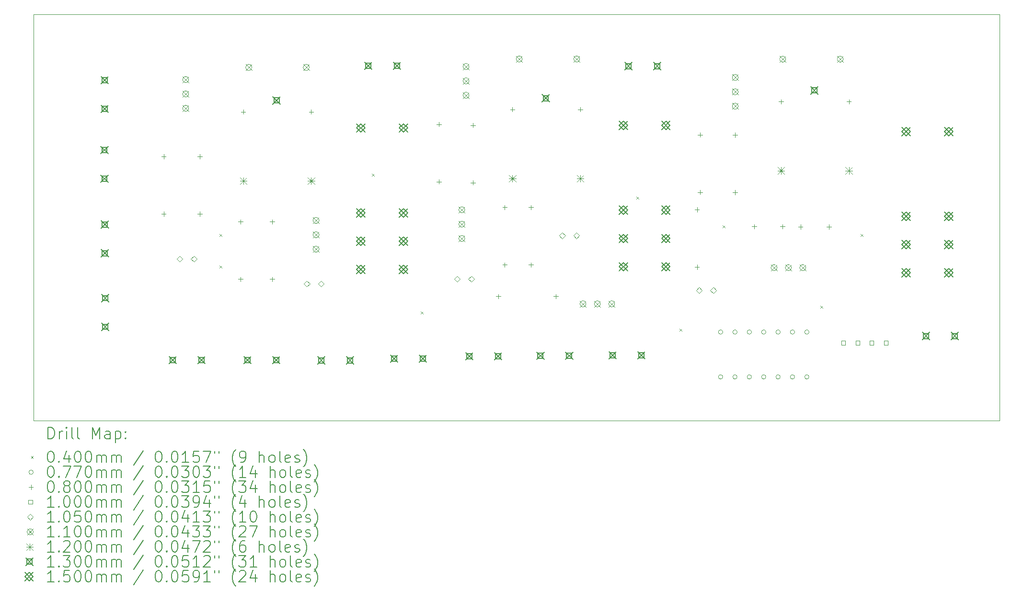
<source format=gbr>
%TF.GenerationSoftware,KiCad,Pcbnew,7.0.5*%
%TF.CreationDate,2024-01-10T23:37:01+05:30*%
%TF.ProjectId,Shutdown Circuit,53687574-646f-4776-9e20-436972637569,rev?*%
%TF.SameCoordinates,Original*%
%TF.FileFunction,Drillmap*%
%TF.FilePolarity,Positive*%
%FSLAX45Y45*%
G04 Gerber Fmt 4.5, Leading zero omitted, Abs format (unit mm)*
G04 Created by KiCad (PCBNEW 7.0.5) date 2024-01-10 23:37:01*
%MOMM*%
%LPD*%
G01*
G04 APERTURE LIST*
%ADD10C,0.100000*%
%ADD11C,0.200000*%
%ADD12C,0.040000*%
%ADD13C,0.077000*%
%ADD14C,0.080000*%
%ADD15C,0.105000*%
%ADD16C,0.110000*%
%ADD17C,0.120000*%
%ADD18C,0.130000*%
%ADD19C,0.150000*%
G04 APERTURE END LIST*
D10*
X3350260Y-2291080D02*
X20416520Y-2291080D01*
X20416520Y-9484360D01*
X3350260Y-9484360D01*
X3350260Y-2291080D01*
D11*
D12*
X6634800Y-6177600D02*
X6674800Y-6217600D01*
X6674800Y-6177600D02*
X6634800Y-6217600D01*
X6634800Y-6736400D02*
X6674800Y-6776400D01*
X6674800Y-6736400D02*
X6634800Y-6776400D01*
X9327200Y-5110800D02*
X9367200Y-5150800D01*
X9367200Y-5110800D02*
X9327200Y-5150800D01*
X10190800Y-7549200D02*
X10230800Y-7589200D01*
X10230800Y-7549200D02*
X10190800Y-7589200D01*
X14000800Y-5517200D02*
X14040800Y-5557200D01*
X14040800Y-5517200D02*
X14000800Y-5557200D01*
X14762800Y-7854000D02*
X14802800Y-7894000D01*
X14802800Y-7854000D02*
X14762800Y-7894000D01*
X15524800Y-6025200D02*
X15564800Y-6065200D01*
X15564800Y-6025200D02*
X15524800Y-6065200D01*
X17252000Y-7447600D02*
X17292000Y-7487600D01*
X17292000Y-7447600D02*
X17252000Y-7487600D01*
X17963200Y-6177600D02*
X18003200Y-6217600D01*
X18003200Y-6177600D02*
X17963200Y-6217600D01*
D13*
X15527420Y-7913120D02*
G75*
G03*
X15527420Y-7913120I-38500J0D01*
G01*
X15527420Y-8707120D02*
G75*
G03*
X15527420Y-8707120I-38500J0D01*
G01*
X15781420Y-7913120D02*
G75*
G03*
X15781420Y-7913120I-38500J0D01*
G01*
X15781420Y-8707120D02*
G75*
G03*
X15781420Y-8707120I-38500J0D01*
G01*
X16035420Y-7913120D02*
G75*
G03*
X16035420Y-7913120I-38500J0D01*
G01*
X16035420Y-8707120D02*
G75*
G03*
X16035420Y-8707120I-38500J0D01*
G01*
X16289420Y-7913120D02*
G75*
G03*
X16289420Y-7913120I-38500J0D01*
G01*
X16289420Y-8707120D02*
G75*
G03*
X16289420Y-8707120I-38500J0D01*
G01*
X16543420Y-7913120D02*
G75*
G03*
X16543420Y-7913120I-38500J0D01*
G01*
X16543420Y-8707120D02*
G75*
G03*
X16543420Y-8707120I-38500J0D01*
G01*
X16797420Y-7913120D02*
G75*
G03*
X16797420Y-7913120I-38500J0D01*
G01*
X16797420Y-8707120D02*
G75*
G03*
X16797420Y-8707120I-38500J0D01*
G01*
X17051420Y-7913120D02*
G75*
G03*
X17051420Y-7913120I-38500J0D01*
G01*
X17051420Y-8707120D02*
G75*
G03*
X17051420Y-8707120I-38500J0D01*
G01*
D14*
X5648960Y-4765680D02*
X5648960Y-4845680D01*
X5608960Y-4805680D02*
X5688960Y-4805680D01*
X5648960Y-5781680D02*
X5648960Y-5861680D01*
X5608960Y-5821680D02*
X5688960Y-5821680D01*
X6289040Y-4765680D02*
X6289040Y-4845680D01*
X6249040Y-4805680D02*
X6329040Y-4805680D01*
X6289040Y-5781680D02*
X6289040Y-5861680D01*
X6249040Y-5821680D02*
X6329040Y-5821680D01*
X7007860Y-5921380D02*
X7007860Y-6001380D01*
X6967860Y-5961380D02*
X7047860Y-5961380D01*
X7007860Y-6937380D02*
X7007860Y-7017380D01*
X6967860Y-6977380D02*
X7047860Y-6977380D01*
X7055560Y-3975340D02*
X7055560Y-4055340D01*
X7015560Y-4015340D02*
X7095560Y-4015340D01*
X7566660Y-5921380D02*
X7566660Y-6001380D01*
X7526660Y-5961380D02*
X7606660Y-5961380D01*
X7566660Y-6937380D02*
X7566660Y-7017380D01*
X7526660Y-6977380D02*
X7606660Y-6977380D01*
X8255560Y-3975340D02*
X8255560Y-4055340D01*
X8215560Y-4015340D02*
X8295560Y-4015340D01*
X10513060Y-4196720D02*
X10513060Y-4276720D01*
X10473060Y-4236720D02*
X10553060Y-4236720D01*
X10513060Y-5212720D02*
X10513060Y-5292720D01*
X10473060Y-5252720D02*
X10553060Y-5252720D01*
X11115040Y-4214500D02*
X11115040Y-4294500D01*
X11075040Y-4254500D02*
X11155040Y-4254500D01*
X11115040Y-5230500D02*
X11115040Y-5310500D01*
X11075040Y-5270500D02*
X11155040Y-5270500D01*
X11562080Y-7242180D02*
X11562080Y-7322180D01*
X11522080Y-7282180D02*
X11602080Y-7282180D01*
X11676380Y-5667380D02*
X11676380Y-5747380D01*
X11636380Y-5707380D02*
X11716380Y-5707380D01*
X11676380Y-6683380D02*
X11676380Y-6763380D01*
X11636380Y-6723380D02*
X11716380Y-6723380D01*
X11811790Y-3935250D02*
X11811790Y-4015250D01*
X11771790Y-3975250D02*
X11851790Y-3975250D01*
X12136120Y-5667380D02*
X12136120Y-5747380D01*
X12096120Y-5707380D02*
X12176120Y-5707380D01*
X12136120Y-6683380D02*
X12136120Y-6763380D01*
X12096120Y-6723380D02*
X12176120Y-6723380D01*
X12578080Y-7242180D02*
X12578080Y-7322180D01*
X12538080Y-7282180D02*
X12618080Y-7282180D01*
X13011790Y-3935250D02*
X13011790Y-4015250D01*
X12971790Y-3975250D02*
X13051790Y-3975250D01*
X15072360Y-5708020D02*
X15072360Y-5788020D01*
X15032360Y-5748020D02*
X15112360Y-5748020D01*
X15072360Y-6724020D02*
X15072360Y-6804020D01*
X15032360Y-6764020D02*
X15112360Y-6764020D01*
X15128240Y-4382140D02*
X15128240Y-4462140D01*
X15088240Y-4422140D02*
X15168240Y-4422140D01*
X15128240Y-5398140D02*
X15128240Y-5478140D01*
X15088240Y-5438140D02*
X15168240Y-5438140D01*
X15742920Y-4384680D02*
X15742920Y-4464680D01*
X15702920Y-4424680D02*
X15782920Y-4424680D01*
X15742920Y-5400680D02*
X15742920Y-5480680D01*
X15702920Y-5440680D02*
X15782920Y-5440680D01*
X16084740Y-6007220D02*
X16084740Y-6087220D01*
X16044740Y-6047220D02*
X16124740Y-6047220D01*
X16555720Y-3797140D02*
X16555720Y-3877140D01*
X16515720Y-3837140D02*
X16595720Y-3837140D01*
X16584740Y-6007220D02*
X16584740Y-6087220D01*
X16544740Y-6047220D02*
X16624740Y-6047220D01*
X16902620Y-6009760D02*
X16902620Y-6089760D01*
X16862620Y-6049760D02*
X16942620Y-6049760D01*
X17402620Y-6009760D02*
X17402620Y-6089760D01*
X17362620Y-6049760D02*
X17442620Y-6049760D01*
X17755720Y-3797140D02*
X17755720Y-3877140D01*
X17715720Y-3837140D02*
X17795720Y-3837140D01*
D10*
X17695046Y-8141336D02*
X17695046Y-8070624D01*
X17624334Y-8070624D01*
X17624334Y-8141336D01*
X17695046Y-8141336D01*
X17945046Y-8141336D02*
X17945046Y-8070624D01*
X17874334Y-8070624D01*
X17874334Y-8141336D01*
X17945046Y-8141336D01*
X18195046Y-8141336D02*
X18195046Y-8070624D01*
X18124334Y-8070624D01*
X18124334Y-8141336D01*
X18195046Y-8141336D01*
X18445046Y-8141336D02*
X18445046Y-8070624D01*
X18374334Y-8070624D01*
X18374334Y-8141336D01*
X18445046Y-8141336D01*
D15*
X5932670Y-6672580D02*
X5985170Y-6620080D01*
X5932670Y-6567580D01*
X5880170Y-6620080D01*
X5932670Y-6672580D01*
X6182670Y-6672580D02*
X6235170Y-6620080D01*
X6182670Y-6567580D01*
X6130170Y-6620080D01*
X6182670Y-6672580D01*
X8178260Y-7112000D02*
X8230760Y-7059500D01*
X8178260Y-7007000D01*
X8125760Y-7059500D01*
X8178260Y-7112000D01*
X8428260Y-7112000D02*
X8480760Y-7059500D01*
X8428260Y-7007000D01*
X8375760Y-7059500D01*
X8428260Y-7112000D01*
X10834560Y-7027340D02*
X10887060Y-6974840D01*
X10834560Y-6922340D01*
X10782060Y-6974840D01*
X10834560Y-7027340D01*
X11084560Y-7027340D02*
X11137060Y-6974840D01*
X11084560Y-6922340D01*
X11032060Y-6974840D01*
X11084560Y-7027340D01*
X12691610Y-6259420D02*
X12744110Y-6206920D01*
X12691610Y-6154420D01*
X12639110Y-6206920D01*
X12691610Y-6259420D01*
X12941610Y-6259420D02*
X12994110Y-6206920D01*
X12941610Y-6154420D01*
X12889110Y-6206920D01*
X12941610Y-6259420D01*
X15109920Y-7226300D02*
X15162420Y-7173800D01*
X15109920Y-7121300D01*
X15057420Y-7173800D01*
X15109920Y-7226300D01*
X15359920Y-7226300D02*
X15412420Y-7173800D01*
X15359920Y-7121300D01*
X15307420Y-7173800D01*
X15359920Y-7226300D01*
D16*
X5983100Y-3391780D02*
X6093100Y-3501780D01*
X6093100Y-3391780D02*
X5983100Y-3501780D01*
X6093100Y-3446780D02*
G75*
G03*
X6093100Y-3446780I-55000J0D01*
G01*
X5983100Y-3645780D02*
X6093100Y-3755780D01*
X6093100Y-3645780D02*
X5983100Y-3755780D01*
X6093100Y-3700780D02*
G75*
G03*
X6093100Y-3700780I-55000J0D01*
G01*
X5983100Y-3899780D02*
X6093100Y-4009780D01*
X6093100Y-3899780D02*
X5983100Y-4009780D01*
X6093100Y-3954780D02*
G75*
G03*
X6093100Y-3954780I-55000J0D01*
G01*
X7097640Y-3175880D02*
X7207640Y-3285880D01*
X7207640Y-3175880D02*
X7097640Y-3285880D01*
X7207640Y-3230880D02*
G75*
G03*
X7207640Y-3230880I-55000J0D01*
G01*
X8113640Y-3175880D02*
X8223640Y-3285880D01*
X8223640Y-3175880D02*
X8113640Y-3285880D01*
X8223640Y-3230880D02*
G75*
G03*
X8223640Y-3230880I-55000J0D01*
G01*
X8286360Y-5883520D02*
X8396360Y-5993520D01*
X8396360Y-5883520D02*
X8286360Y-5993520D01*
X8396360Y-5938520D02*
G75*
G03*
X8396360Y-5938520I-55000J0D01*
G01*
X8286360Y-6137520D02*
X8396360Y-6247520D01*
X8396360Y-6137520D02*
X8286360Y-6247520D01*
X8396360Y-6192520D02*
G75*
G03*
X8396360Y-6192520I-55000J0D01*
G01*
X8286360Y-6391520D02*
X8396360Y-6501520D01*
X8396360Y-6391520D02*
X8286360Y-6501520D01*
X8396360Y-6446520D02*
G75*
G03*
X8396360Y-6446520I-55000J0D01*
G01*
X10862440Y-5695560D02*
X10972440Y-5805560D01*
X10972440Y-5695560D02*
X10862440Y-5805560D01*
X10972440Y-5750560D02*
G75*
G03*
X10972440Y-5750560I-55000J0D01*
G01*
X10862440Y-5949560D02*
X10972440Y-6059560D01*
X10972440Y-5949560D02*
X10862440Y-6059560D01*
X10972440Y-6004560D02*
G75*
G03*
X10972440Y-6004560I-55000J0D01*
G01*
X10862440Y-6203560D02*
X10972440Y-6313560D01*
X10972440Y-6203560D02*
X10862440Y-6313560D01*
X10972440Y-6258560D02*
G75*
G03*
X10972440Y-6258560I-55000J0D01*
G01*
X10936100Y-3160640D02*
X11046100Y-3270640D01*
X11046100Y-3160640D02*
X10936100Y-3270640D01*
X11046100Y-3215640D02*
G75*
G03*
X11046100Y-3215640I-55000J0D01*
G01*
X10936100Y-3414640D02*
X11046100Y-3524640D01*
X11046100Y-3414640D02*
X10936100Y-3524640D01*
X11046100Y-3469640D02*
G75*
G03*
X11046100Y-3469640I-55000J0D01*
G01*
X10936100Y-3668640D02*
X11046100Y-3778640D01*
X11046100Y-3668640D02*
X10936100Y-3778640D01*
X11046100Y-3723640D02*
G75*
G03*
X11046100Y-3723640I-55000J0D01*
G01*
X11876170Y-3026970D02*
X11986170Y-3136970D01*
X11986170Y-3026970D02*
X11876170Y-3136970D01*
X11986170Y-3081970D02*
G75*
G03*
X11986170Y-3081970I-55000J0D01*
G01*
X12892170Y-3026970D02*
X13002170Y-3136970D01*
X13002170Y-3026970D02*
X12892170Y-3136970D01*
X13002170Y-3081970D02*
G75*
G03*
X13002170Y-3081970I-55000J0D01*
G01*
X13003140Y-7359780D02*
X13113140Y-7469780D01*
X13113140Y-7359780D02*
X13003140Y-7469780D01*
X13113140Y-7414780D02*
G75*
G03*
X13113140Y-7414780I-55000J0D01*
G01*
X13257140Y-7359780D02*
X13367140Y-7469780D01*
X13367140Y-7359780D02*
X13257140Y-7469780D01*
X13367140Y-7414780D02*
G75*
G03*
X13367140Y-7414780I-55000J0D01*
G01*
X13511140Y-7359780D02*
X13621140Y-7469780D01*
X13621140Y-7359780D02*
X13511140Y-7469780D01*
X13621140Y-7414780D02*
G75*
G03*
X13621140Y-7414780I-55000J0D01*
G01*
X15693000Y-3353680D02*
X15803000Y-3463680D01*
X15803000Y-3353680D02*
X15693000Y-3463680D01*
X15803000Y-3408680D02*
G75*
G03*
X15803000Y-3408680I-55000J0D01*
G01*
X15693000Y-3607680D02*
X15803000Y-3717680D01*
X15803000Y-3607680D02*
X15693000Y-3717680D01*
X15803000Y-3662680D02*
G75*
G03*
X15803000Y-3662680I-55000J0D01*
G01*
X15693000Y-3861680D02*
X15803000Y-3971680D01*
X15803000Y-3861680D02*
X15693000Y-3971680D01*
X15803000Y-3916680D02*
G75*
G03*
X15803000Y-3916680I-55000J0D01*
G01*
X16378800Y-6719180D02*
X16488800Y-6829180D01*
X16488800Y-6719180D02*
X16378800Y-6829180D01*
X16488800Y-6774180D02*
G75*
G03*
X16488800Y-6774180I-55000J0D01*
G01*
X16531990Y-3029510D02*
X16641990Y-3139510D01*
X16641990Y-3029510D02*
X16531990Y-3139510D01*
X16641990Y-3084510D02*
G75*
G03*
X16641990Y-3084510I-55000J0D01*
G01*
X16632800Y-6719180D02*
X16742800Y-6829180D01*
X16742800Y-6719180D02*
X16632800Y-6829180D01*
X16742800Y-6774180D02*
G75*
G03*
X16742800Y-6774180I-55000J0D01*
G01*
X16886800Y-6719180D02*
X16996800Y-6829180D01*
X16996800Y-6719180D02*
X16886800Y-6829180D01*
X16996800Y-6774180D02*
G75*
G03*
X16996800Y-6774180I-55000J0D01*
G01*
X17547990Y-3029510D02*
X17657990Y-3139510D01*
X17657990Y-3029510D02*
X17547990Y-3139510D01*
X17657990Y-3084510D02*
G75*
G03*
X17657990Y-3084510I-55000J0D01*
G01*
D17*
X6995560Y-5175340D02*
X7115560Y-5295340D01*
X7115560Y-5175340D02*
X6995560Y-5295340D01*
X7055560Y-5175340D02*
X7055560Y-5295340D01*
X6995560Y-5235340D02*
X7115560Y-5235340D01*
X8195560Y-5175340D02*
X8315560Y-5295340D01*
X8315560Y-5175340D02*
X8195560Y-5295340D01*
X8255560Y-5175340D02*
X8255560Y-5295340D01*
X8195560Y-5235340D02*
X8315560Y-5235340D01*
X11751790Y-5135250D02*
X11871790Y-5255250D01*
X11871790Y-5135250D02*
X11751790Y-5255250D01*
X11811790Y-5135250D02*
X11811790Y-5255250D01*
X11751790Y-5195250D02*
X11871790Y-5195250D01*
X12951790Y-5135250D02*
X13071790Y-5255250D01*
X13071790Y-5135250D02*
X12951790Y-5255250D01*
X13011790Y-5135250D02*
X13011790Y-5255250D01*
X12951790Y-5195250D02*
X13071790Y-5195250D01*
X16495720Y-4997140D02*
X16615720Y-5117140D01*
X16615720Y-4997140D02*
X16495720Y-5117140D01*
X16555720Y-4997140D02*
X16555720Y-5117140D01*
X16495720Y-5057140D02*
X16615720Y-5057140D01*
X17695720Y-4997140D02*
X17815720Y-5117140D01*
X17815720Y-4997140D02*
X17695720Y-5117140D01*
X17755720Y-4997140D02*
X17755720Y-5117140D01*
X17695720Y-5057140D02*
X17815720Y-5057140D01*
D18*
X4537261Y-4629280D02*
X4667261Y-4759280D01*
X4667261Y-4629280D02*
X4537261Y-4759280D01*
X4648224Y-4740242D02*
X4648224Y-4648317D01*
X4556299Y-4648317D01*
X4556299Y-4740242D01*
X4648224Y-4740242D01*
X4537261Y-5137280D02*
X4667261Y-5267280D01*
X4667261Y-5137280D02*
X4537261Y-5267280D01*
X4648224Y-5248242D02*
X4648224Y-5156317D01*
X4556299Y-5156317D01*
X4556299Y-5248242D01*
X4648224Y-5248242D01*
X4542381Y-3393300D02*
X4672381Y-3523300D01*
X4672381Y-3393300D02*
X4542381Y-3523300D01*
X4653344Y-3504262D02*
X4653344Y-3412337D01*
X4561419Y-3412337D01*
X4561419Y-3504262D01*
X4653344Y-3504262D01*
X4542381Y-3901300D02*
X4672381Y-4031300D01*
X4672381Y-3901300D02*
X4542381Y-4031300D01*
X4653344Y-4012262D02*
X4653344Y-3920337D01*
X4561419Y-3920337D01*
X4561419Y-4012262D01*
X4653344Y-4012262D01*
X4544901Y-5945500D02*
X4674901Y-6075500D01*
X4674901Y-5945500D02*
X4544901Y-6075500D01*
X4655864Y-6056462D02*
X4655864Y-5964537D01*
X4563939Y-5964537D01*
X4563939Y-6056462D01*
X4655864Y-6056462D01*
X4544901Y-6453500D02*
X4674901Y-6583500D01*
X4674901Y-6453500D02*
X4544901Y-6583500D01*
X4655864Y-6564462D02*
X4655864Y-6472537D01*
X4563939Y-6472537D01*
X4563939Y-6564462D01*
X4655864Y-6564462D01*
X4549981Y-7248520D02*
X4679981Y-7378520D01*
X4679981Y-7248520D02*
X4549981Y-7378520D01*
X4660944Y-7359482D02*
X4660944Y-7267557D01*
X4569019Y-7267557D01*
X4569019Y-7359482D01*
X4660944Y-7359482D01*
X4549981Y-7756520D02*
X4679981Y-7886520D01*
X4679981Y-7756520D02*
X4549981Y-7886520D01*
X4660944Y-7867482D02*
X4660944Y-7775557D01*
X4569019Y-7775557D01*
X4569019Y-7867482D01*
X4660944Y-7867482D01*
X5741440Y-8344940D02*
X5871440Y-8474940D01*
X5871440Y-8344940D02*
X5741440Y-8474940D01*
X5852402Y-8455902D02*
X5852402Y-8363978D01*
X5760478Y-8363978D01*
X5760478Y-8455902D01*
X5852402Y-8455902D01*
X6249440Y-8344940D02*
X6379440Y-8474940D01*
X6379440Y-8344940D02*
X6249440Y-8474940D01*
X6360402Y-8455902D02*
X6360402Y-8363978D01*
X6268478Y-8363978D01*
X6268478Y-8455902D01*
X6360402Y-8455902D01*
X7064780Y-8344940D02*
X7194780Y-8474940D01*
X7194780Y-8344940D02*
X7064780Y-8474940D01*
X7175742Y-8455902D02*
X7175742Y-8363978D01*
X7083818Y-8363978D01*
X7083818Y-8455902D01*
X7175742Y-8455902D01*
X7572780Y-8344940D02*
X7702780Y-8474940D01*
X7702780Y-8344940D02*
X7572780Y-8474940D01*
X7683742Y-8455902D02*
X7683742Y-8363978D01*
X7591818Y-8363978D01*
X7591818Y-8455902D01*
X7683742Y-8455902D01*
X7578560Y-3750340D02*
X7708560Y-3880340D01*
X7708560Y-3750340D02*
X7578560Y-3880340D01*
X7689522Y-3861302D02*
X7689522Y-3769378D01*
X7597598Y-3769378D01*
X7597598Y-3861302D01*
X7689522Y-3861302D01*
X8370340Y-8350020D02*
X8500340Y-8480020D01*
X8500340Y-8350020D02*
X8370340Y-8480020D01*
X8481302Y-8460982D02*
X8481302Y-8369058D01*
X8389378Y-8369058D01*
X8389378Y-8460982D01*
X8481302Y-8460982D01*
X8878340Y-8350020D02*
X9008340Y-8480020D01*
X9008340Y-8350020D02*
X8878340Y-8480020D01*
X8989302Y-8460982D02*
X8989302Y-8369058D01*
X8897378Y-8369058D01*
X8897378Y-8460982D01*
X8989302Y-8460982D01*
X9199456Y-3138564D02*
X9329456Y-3268564D01*
X9329456Y-3138564D02*
X9199456Y-3268564D01*
X9310419Y-3249526D02*
X9310419Y-3157601D01*
X9218494Y-3157601D01*
X9218494Y-3249526D01*
X9310419Y-3249526D01*
X9657620Y-8319560D02*
X9787620Y-8449560D01*
X9787620Y-8319560D02*
X9657620Y-8449560D01*
X9768582Y-8430522D02*
X9768582Y-8338598D01*
X9676658Y-8338598D01*
X9676658Y-8430522D01*
X9768582Y-8430522D01*
X9707456Y-3138564D02*
X9837456Y-3268564D01*
X9837456Y-3138564D02*
X9707456Y-3268564D01*
X9818419Y-3249526D02*
X9818419Y-3157601D01*
X9726494Y-3157601D01*
X9726494Y-3249526D01*
X9818419Y-3249526D01*
X10165620Y-8319560D02*
X10295620Y-8449560D01*
X10295620Y-8319560D02*
X10165620Y-8449560D01*
X10276582Y-8430522D02*
X10276582Y-8338598D01*
X10184658Y-8338598D01*
X10184658Y-8430522D01*
X10276582Y-8430522D01*
X10986040Y-8276380D02*
X11116040Y-8406380D01*
X11116040Y-8276380D02*
X10986040Y-8406380D01*
X11097002Y-8387342D02*
X11097002Y-8295418D01*
X11005078Y-8295418D01*
X11005078Y-8387342D01*
X11097002Y-8387342D01*
X11494040Y-8276380D02*
X11624040Y-8406380D01*
X11624040Y-8276380D02*
X11494040Y-8406380D01*
X11605002Y-8387342D02*
X11605002Y-8295418D01*
X11513078Y-8295418D01*
X11513078Y-8387342D01*
X11605002Y-8387342D01*
X12241300Y-8266200D02*
X12371300Y-8396200D01*
X12371300Y-8266200D02*
X12241300Y-8396200D01*
X12352262Y-8377162D02*
X12352262Y-8285238D01*
X12260338Y-8285238D01*
X12260338Y-8377162D01*
X12352262Y-8377162D01*
X12334790Y-3710250D02*
X12464790Y-3840250D01*
X12464790Y-3710250D02*
X12334790Y-3840250D01*
X12445752Y-3821212D02*
X12445752Y-3729288D01*
X12353828Y-3729288D01*
X12353828Y-3821212D01*
X12445752Y-3821212D01*
X12749300Y-8266200D02*
X12879300Y-8396200D01*
X12879300Y-8266200D02*
X12749300Y-8396200D01*
X12860262Y-8377162D02*
X12860262Y-8285238D01*
X12768338Y-8285238D01*
X12768338Y-8377162D01*
X12860262Y-8377162D01*
X13518420Y-8261140D02*
X13648420Y-8391140D01*
X13648420Y-8261140D02*
X13518420Y-8391140D01*
X13629382Y-8372102D02*
X13629382Y-8280178D01*
X13537458Y-8280178D01*
X13537458Y-8372102D01*
X13629382Y-8372102D01*
X13796280Y-3143000D02*
X13926280Y-3273000D01*
X13926280Y-3143000D02*
X13796280Y-3273000D01*
X13907242Y-3253962D02*
X13907242Y-3162038D01*
X13815318Y-3162038D01*
X13815318Y-3253962D01*
X13907242Y-3253962D01*
X14026420Y-8261140D02*
X14156420Y-8391140D01*
X14156420Y-8261140D02*
X14026420Y-8391140D01*
X14137382Y-8372102D02*
X14137382Y-8280178D01*
X14045458Y-8280178D01*
X14045458Y-8372102D01*
X14137382Y-8372102D01*
X14304280Y-3143000D02*
X14434280Y-3273000D01*
X14434280Y-3143000D02*
X14304280Y-3273000D01*
X14415242Y-3253962D02*
X14415242Y-3162038D01*
X14323318Y-3162038D01*
X14323318Y-3253962D01*
X14415242Y-3253962D01*
X17078720Y-3572140D02*
X17208720Y-3702140D01*
X17208720Y-3572140D02*
X17078720Y-3702140D01*
X17189682Y-3683102D02*
X17189682Y-3591178D01*
X17097758Y-3591178D01*
X17097758Y-3683102D01*
X17189682Y-3683102D01*
X19053080Y-7918240D02*
X19183080Y-8048240D01*
X19183080Y-7918240D02*
X19053080Y-8048240D01*
X19164042Y-8029202D02*
X19164042Y-7937278D01*
X19072118Y-7937278D01*
X19072118Y-8029202D01*
X19164042Y-8029202D01*
X19561080Y-7918240D02*
X19691080Y-8048240D01*
X19691080Y-7918240D02*
X19561080Y-8048240D01*
X19672042Y-8029202D02*
X19672042Y-7937278D01*
X19580118Y-7937278D01*
X19580118Y-8029202D01*
X19672042Y-8029202D01*
D19*
X9058050Y-4227950D02*
X9208050Y-4377950D01*
X9208050Y-4227950D02*
X9058050Y-4377950D01*
X9133050Y-4377950D02*
X9208050Y-4302950D01*
X9133050Y-4227950D01*
X9058050Y-4302950D01*
X9133050Y-4377950D01*
X9058050Y-5727950D02*
X9208050Y-5877950D01*
X9208050Y-5727950D02*
X9058050Y-5877950D01*
X9133050Y-5877950D02*
X9208050Y-5802950D01*
X9133050Y-5727950D01*
X9058050Y-5802950D01*
X9133050Y-5877950D01*
X9058050Y-6227950D02*
X9208050Y-6377950D01*
X9208050Y-6227950D02*
X9058050Y-6377950D01*
X9133050Y-6377950D02*
X9208050Y-6302950D01*
X9133050Y-6227950D01*
X9058050Y-6302950D01*
X9133050Y-6377950D01*
X9058050Y-6727950D02*
X9208050Y-6877950D01*
X9208050Y-6727950D02*
X9058050Y-6877950D01*
X9133050Y-6877950D02*
X9208050Y-6802950D01*
X9133050Y-6727950D01*
X9058050Y-6802950D01*
X9133050Y-6877950D01*
X9808050Y-4227950D02*
X9958050Y-4377950D01*
X9958050Y-4227950D02*
X9808050Y-4377950D01*
X9883050Y-4377950D02*
X9958050Y-4302950D01*
X9883050Y-4227950D01*
X9808050Y-4302950D01*
X9883050Y-4377950D01*
X9808050Y-5727950D02*
X9958050Y-5877950D01*
X9958050Y-5727950D02*
X9808050Y-5877950D01*
X9883050Y-5877950D02*
X9958050Y-5802950D01*
X9883050Y-5727950D01*
X9808050Y-5802950D01*
X9883050Y-5877950D01*
X9808050Y-6227950D02*
X9958050Y-6377950D01*
X9958050Y-6227950D02*
X9808050Y-6377950D01*
X9883050Y-6377950D02*
X9958050Y-6302950D01*
X9883050Y-6227950D01*
X9808050Y-6302950D01*
X9883050Y-6377950D01*
X9808050Y-6727950D02*
X9958050Y-6877950D01*
X9958050Y-6727950D02*
X9808050Y-6877950D01*
X9883050Y-6877950D02*
X9958050Y-6802950D01*
X9883050Y-6727950D01*
X9808050Y-6802950D01*
X9883050Y-6877950D01*
X13696880Y-4183180D02*
X13846880Y-4333180D01*
X13846880Y-4183180D02*
X13696880Y-4333180D01*
X13771880Y-4333180D02*
X13846880Y-4258180D01*
X13771880Y-4183180D01*
X13696880Y-4258180D01*
X13771880Y-4333180D01*
X13696880Y-5683180D02*
X13846880Y-5833180D01*
X13846880Y-5683180D02*
X13696880Y-5833180D01*
X13771880Y-5833180D02*
X13846880Y-5758180D01*
X13771880Y-5683180D01*
X13696880Y-5758180D01*
X13771880Y-5833180D01*
X13696880Y-6183180D02*
X13846880Y-6333180D01*
X13846880Y-6183180D02*
X13696880Y-6333180D01*
X13771880Y-6333180D02*
X13846880Y-6258180D01*
X13771880Y-6183180D01*
X13696880Y-6258180D01*
X13771880Y-6333180D01*
X13696880Y-6683180D02*
X13846880Y-6833180D01*
X13846880Y-6683180D02*
X13696880Y-6833180D01*
X13771880Y-6833180D02*
X13846880Y-6758180D01*
X13771880Y-6683180D01*
X13696880Y-6758180D01*
X13771880Y-6833180D01*
X14446880Y-4183180D02*
X14596880Y-4333180D01*
X14596880Y-4183180D02*
X14446880Y-4333180D01*
X14521880Y-4333180D02*
X14596880Y-4258180D01*
X14521880Y-4183180D01*
X14446880Y-4258180D01*
X14521880Y-4333180D01*
X14446880Y-5683180D02*
X14596880Y-5833180D01*
X14596880Y-5683180D02*
X14446880Y-5833180D01*
X14521880Y-5833180D02*
X14596880Y-5758180D01*
X14521880Y-5683180D01*
X14446880Y-5758180D01*
X14521880Y-5833180D01*
X14446880Y-6183180D02*
X14596880Y-6333180D01*
X14596880Y-6183180D02*
X14446880Y-6333180D01*
X14521880Y-6333180D02*
X14596880Y-6258180D01*
X14521880Y-6183180D01*
X14446880Y-6258180D01*
X14521880Y-6333180D01*
X14446880Y-6683180D02*
X14596880Y-6833180D01*
X14596880Y-6683180D02*
X14446880Y-6833180D01*
X14521880Y-6833180D02*
X14596880Y-6758180D01*
X14521880Y-6683180D01*
X14446880Y-6758180D01*
X14521880Y-6833180D01*
X18694810Y-4291450D02*
X18844810Y-4441450D01*
X18844810Y-4291450D02*
X18694810Y-4441450D01*
X18769810Y-4441450D02*
X18844810Y-4366450D01*
X18769810Y-4291450D01*
X18694810Y-4366450D01*
X18769810Y-4441450D01*
X18694810Y-5791450D02*
X18844810Y-5941450D01*
X18844810Y-5791450D02*
X18694810Y-5941450D01*
X18769810Y-5941450D02*
X18844810Y-5866450D01*
X18769810Y-5791450D01*
X18694810Y-5866450D01*
X18769810Y-5941450D01*
X18694810Y-6291450D02*
X18844810Y-6441450D01*
X18844810Y-6291450D02*
X18694810Y-6441450D01*
X18769810Y-6441450D02*
X18844810Y-6366450D01*
X18769810Y-6291450D01*
X18694810Y-6366450D01*
X18769810Y-6441450D01*
X18694810Y-6791450D02*
X18844810Y-6941450D01*
X18844810Y-6791450D02*
X18694810Y-6941450D01*
X18769810Y-6941450D02*
X18844810Y-6866450D01*
X18769810Y-6791450D01*
X18694810Y-6866450D01*
X18769810Y-6941450D01*
X19444810Y-4291450D02*
X19594810Y-4441450D01*
X19594810Y-4291450D02*
X19444810Y-4441450D01*
X19519810Y-4441450D02*
X19594810Y-4366450D01*
X19519810Y-4291450D01*
X19444810Y-4366450D01*
X19519810Y-4441450D01*
X19444810Y-5791450D02*
X19594810Y-5941450D01*
X19594810Y-5791450D02*
X19444810Y-5941450D01*
X19519810Y-5941450D02*
X19594810Y-5866450D01*
X19519810Y-5791450D01*
X19444810Y-5866450D01*
X19519810Y-5941450D01*
X19444810Y-6291450D02*
X19594810Y-6441450D01*
X19594810Y-6291450D02*
X19444810Y-6441450D01*
X19519810Y-6441450D02*
X19594810Y-6366450D01*
X19519810Y-6291450D01*
X19444810Y-6366450D01*
X19519810Y-6441450D01*
X19444810Y-6791450D02*
X19594810Y-6941450D01*
X19594810Y-6791450D02*
X19444810Y-6941450D01*
X19519810Y-6941450D02*
X19594810Y-6866450D01*
X19519810Y-6791450D01*
X19444810Y-6866450D01*
X19519810Y-6941450D01*
D11*
X3606037Y-9800844D02*
X3606037Y-9600844D01*
X3606037Y-9600844D02*
X3653656Y-9600844D01*
X3653656Y-9600844D02*
X3682227Y-9610368D01*
X3682227Y-9610368D02*
X3701275Y-9629415D01*
X3701275Y-9629415D02*
X3710799Y-9648463D01*
X3710799Y-9648463D02*
X3720322Y-9686558D01*
X3720322Y-9686558D02*
X3720322Y-9715130D01*
X3720322Y-9715130D02*
X3710799Y-9753225D01*
X3710799Y-9753225D02*
X3701275Y-9772272D01*
X3701275Y-9772272D02*
X3682227Y-9791320D01*
X3682227Y-9791320D02*
X3653656Y-9800844D01*
X3653656Y-9800844D02*
X3606037Y-9800844D01*
X3806037Y-9800844D02*
X3806037Y-9667510D01*
X3806037Y-9705606D02*
X3815561Y-9686558D01*
X3815561Y-9686558D02*
X3825084Y-9677034D01*
X3825084Y-9677034D02*
X3844132Y-9667510D01*
X3844132Y-9667510D02*
X3863180Y-9667510D01*
X3929846Y-9800844D02*
X3929846Y-9667510D01*
X3929846Y-9600844D02*
X3920322Y-9610368D01*
X3920322Y-9610368D02*
X3929846Y-9619891D01*
X3929846Y-9619891D02*
X3939370Y-9610368D01*
X3939370Y-9610368D02*
X3929846Y-9600844D01*
X3929846Y-9600844D02*
X3929846Y-9619891D01*
X4053656Y-9800844D02*
X4034608Y-9791320D01*
X4034608Y-9791320D02*
X4025084Y-9772272D01*
X4025084Y-9772272D02*
X4025084Y-9600844D01*
X4158418Y-9800844D02*
X4139370Y-9791320D01*
X4139370Y-9791320D02*
X4129846Y-9772272D01*
X4129846Y-9772272D02*
X4129846Y-9600844D01*
X4386989Y-9800844D02*
X4386989Y-9600844D01*
X4386989Y-9600844D02*
X4453656Y-9743701D01*
X4453656Y-9743701D02*
X4520323Y-9600844D01*
X4520323Y-9600844D02*
X4520323Y-9800844D01*
X4701275Y-9800844D02*
X4701275Y-9696082D01*
X4701275Y-9696082D02*
X4691751Y-9677034D01*
X4691751Y-9677034D02*
X4672704Y-9667510D01*
X4672704Y-9667510D02*
X4634608Y-9667510D01*
X4634608Y-9667510D02*
X4615561Y-9677034D01*
X4701275Y-9791320D02*
X4682227Y-9800844D01*
X4682227Y-9800844D02*
X4634608Y-9800844D01*
X4634608Y-9800844D02*
X4615561Y-9791320D01*
X4615561Y-9791320D02*
X4606037Y-9772272D01*
X4606037Y-9772272D02*
X4606037Y-9753225D01*
X4606037Y-9753225D02*
X4615561Y-9734177D01*
X4615561Y-9734177D02*
X4634608Y-9724653D01*
X4634608Y-9724653D02*
X4682227Y-9724653D01*
X4682227Y-9724653D02*
X4701275Y-9715130D01*
X4796513Y-9667510D02*
X4796513Y-9867510D01*
X4796513Y-9677034D02*
X4815561Y-9667510D01*
X4815561Y-9667510D02*
X4853656Y-9667510D01*
X4853656Y-9667510D02*
X4872704Y-9677034D01*
X4872704Y-9677034D02*
X4882227Y-9686558D01*
X4882227Y-9686558D02*
X4891751Y-9705606D01*
X4891751Y-9705606D02*
X4891751Y-9762749D01*
X4891751Y-9762749D02*
X4882227Y-9781796D01*
X4882227Y-9781796D02*
X4872704Y-9791320D01*
X4872704Y-9791320D02*
X4853656Y-9800844D01*
X4853656Y-9800844D02*
X4815561Y-9800844D01*
X4815561Y-9800844D02*
X4796513Y-9791320D01*
X4977465Y-9781796D02*
X4986989Y-9791320D01*
X4986989Y-9791320D02*
X4977465Y-9800844D01*
X4977465Y-9800844D02*
X4967942Y-9791320D01*
X4967942Y-9791320D02*
X4977465Y-9781796D01*
X4977465Y-9781796D02*
X4977465Y-9800844D01*
X4977465Y-9677034D02*
X4986989Y-9686558D01*
X4986989Y-9686558D02*
X4977465Y-9696082D01*
X4977465Y-9696082D02*
X4967942Y-9686558D01*
X4967942Y-9686558D02*
X4977465Y-9677034D01*
X4977465Y-9677034D02*
X4977465Y-9696082D01*
D12*
X3305260Y-10109360D02*
X3345260Y-10149360D01*
X3345260Y-10109360D02*
X3305260Y-10149360D01*
D11*
X3644132Y-10020844D02*
X3663180Y-10020844D01*
X3663180Y-10020844D02*
X3682227Y-10030368D01*
X3682227Y-10030368D02*
X3691751Y-10039891D01*
X3691751Y-10039891D02*
X3701275Y-10058939D01*
X3701275Y-10058939D02*
X3710799Y-10097034D01*
X3710799Y-10097034D02*
X3710799Y-10144653D01*
X3710799Y-10144653D02*
X3701275Y-10182749D01*
X3701275Y-10182749D02*
X3691751Y-10201796D01*
X3691751Y-10201796D02*
X3682227Y-10211320D01*
X3682227Y-10211320D02*
X3663180Y-10220844D01*
X3663180Y-10220844D02*
X3644132Y-10220844D01*
X3644132Y-10220844D02*
X3625084Y-10211320D01*
X3625084Y-10211320D02*
X3615561Y-10201796D01*
X3615561Y-10201796D02*
X3606037Y-10182749D01*
X3606037Y-10182749D02*
X3596513Y-10144653D01*
X3596513Y-10144653D02*
X3596513Y-10097034D01*
X3596513Y-10097034D02*
X3606037Y-10058939D01*
X3606037Y-10058939D02*
X3615561Y-10039891D01*
X3615561Y-10039891D02*
X3625084Y-10030368D01*
X3625084Y-10030368D02*
X3644132Y-10020844D01*
X3796513Y-10201796D02*
X3806037Y-10211320D01*
X3806037Y-10211320D02*
X3796513Y-10220844D01*
X3796513Y-10220844D02*
X3786989Y-10211320D01*
X3786989Y-10211320D02*
X3796513Y-10201796D01*
X3796513Y-10201796D02*
X3796513Y-10220844D01*
X3977465Y-10087510D02*
X3977465Y-10220844D01*
X3929846Y-10011320D02*
X3882227Y-10154177D01*
X3882227Y-10154177D02*
X4006037Y-10154177D01*
X4120322Y-10020844D02*
X4139370Y-10020844D01*
X4139370Y-10020844D02*
X4158418Y-10030368D01*
X4158418Y-10030368D02*
X4167942Y-10039891D01*
X4167942Y-10039891D02*
X4177465Y-10058939D01*
X4177465Y-10058939D02*
X4186989Y-10097034D01*
X4186989Y-10097034D02*
X4186989Y-10144653D01*
X4186989Y-10144653D02*
X4177465Y-10182749D01*
X4177465Y-10182749D02*
X4167942Y-10201796D01*
X4167942Y-10201796D02*
X4158418Y-10211320D01*
X4158418Y-10211320D02*
X4139370Y-10220844D01*
X4139370Y-10220844D02*
X4120322Y-10220844D01*
X4120322Y-10220844D02*
X4101275Y-10211320D01*
X4101275Y-10211320D02*
X4091751Y-10201796D01*
X4091751Y-10201796D02*
X4082227Y-10182749D01*
X4082227Y-10182749D02*
X4072703Y-10144653D01*
X4072703Y-10144653D02*
X4072703Y-10097034D01*
X4072703Y-10097034D02*
X4082227Y-10058939D01*
X4082227Y-10058939D02*
X4091751Y-10039891D01*
X4091751Y-10039891D02*
X4101275Y-10030368D01*
X4101275Y-10030368D02*
X4120322Y-10020844D01*
X4310799Y-10020844D02*
X4329846Y-10020844D01*
X4329846Y-10020844D02*
X4348894Y-10030368D01*
X4348894Y-10030368D02*
X4358418Y-10039891D01*
X4358418Y-10039891D02*
X4367942Y-10058939D01*
X4367942Y-10058939D02*
X4377465Y-10097034D01*
X4377465Y-10097034D02*
X4377465Y-10144653D01*
X4377465Y-10144653D02*
X4367942Y-10182749D01*
X4367942Y-10182749D02*
X4358418Y-10201796D01*
X4358418Y-10201796D02*
X4348894Y-10211320D01*
X4348894Y-10211320D02*
X4329846Y-10220844D01*
X4329846Y-10220844D02*
X4310799Y-10220844D01*
X4310799Y-10220844D02*
X4291751Y-10211320D01*
X4291751Y-10211320D02*
X4282227Y-10201796D01*
X4282227Y-10201796D02*
X4272704Y-10182749D01*
X4272704Y-10182749D02*
X4263180Y-10144653D01*
X4263180Y-10144653D02*
X4263180Y-10097034D01*
X4263180Y-10097034D02*
X4272704Y-10058939D01*
X4272704Y-10058939D02*
X4282227Y-10039891D01*
X4282227Y-10039891D02*
X4291751Y-10030368D01*
X4291751Y-10030368D02*
X4310799Y-10020844D01*
X4463180Y-10220844D02*
X4463180Y-10087510D01*
X4463180Y-10106558D02*
X4472704Y-10097034D01*
X4472704Y-10097034D02*
X4491751Y-10087510D01*
X4491751Y-10087510D02*
X4520323Y-10087510D01*
X4520323Y-10087510D02*
X4539370Y-10097034D01*
X4539370Y-10097034D02*
X4548894Y-10116082D01*
X4548894Y-10116082D02*
X4548894Y-10220844D01*
X4548894Y-10116082D02*
X4558418Y-10097034D01*
X4558418Y-10097034D02*
X4577465Y-10087510D01*
X4577465Y-10087510D02*
X4606037Y-10087510D01*
X4606037Y-10087510D02*
X4625085Y-10097034D01*
X4625085Y-10097034D02*
X4634608Y-10116082D01*
X4634608Y-10116082D02*
X4634608Y-10220844D01*
X4729846Y-10220844D02*
X4729846Y-10087510D01*
X4729846Y-10106558D02*
X4739370Y-10097034D01*
X4739370Y-10097034D02*
X4758418Y-10087510D01*
X4758418Y-10087510D02*
X4786989Y-10087510D01*
X4786989Y-10087510D02*
X4806037Y-10097034D01*
X4806037Y-10097034D02*
X4815561Y-10116082D01*
X4815561Y-10116082D02*
X4815561Y-10220844D01*
X4815561Y-10116082D02*
X4825085Y-10097034D01*
X4825085Y-10097034D02*
X4844132Y-10087510D01*
X4844132Y-10087510D02*
X4872704Y-10087510D01*
X4872704Y-10087510D02*
X4891751Y-10097034D01*
X4891751Y-10097034D02*
X4901275Y-10116082D01*
X4901275Y-10116082D02*
X4901275Y-10220844D01*
X5291751Y-10011320D02*
X5120323Y-10268463D01*
X5548894Y-10020844D02*
X5567942Y-10020844D01*
X5567942Y-10020844D02*
X5586989Y-10030368D01*
X5586989Y-10030368D02*
X5596513Y-10039891D01*
X5596513Y-10039891D02*
X5606037Y-10058939D01*
X5606037Y-10058939D02*
X5615561Y-10097034D01*
X5615561Y-10097034D02*
X5615561Y-10144653D01*
X5615561Y-10144653D02*
X5606037Y-10182749D01*
X5606037Y-10182749D02*
X5596513Y-10201796D01*
X5596513Y-10201796D02*
X5586989Y-10211320D01*
X5586989Y-10211320D02*
X5567942Y-10220844D01*
X5567942Y-10220844D02*
X5548894Y-10220844D01*
X5548894Y-10220844D02*
X5529847Y-10211320D01*
X5529847Y-10211320D02*
X5520323Y-10201796D01*
X5520323Y-10201796D02*
X5510799Y-10182749D01*
X5510799Y-10182749D02*
X5501275Y-10144653D01*
X5501275Y-10144653D02*
X5501275Y-10097034D01*
X5501275Y-10097034D02*
X5510799Y-10058939D01*
X5510799Y-10058939D02*
X5520323Y-10039891D01*
X5520323Y-10039891D02*
X5529847Y-10030368D01*
X5529847Y-10030368D02*
X5548894Y-10020844D01*
X5701275Y-10201796D02*
X5710799Y-10211320D01*
X5710799Y-10211320D02*
X5701275Y-10220844D01*
X5701275Y-10220844D02*
X5691751Y-10211320D01*
X5691751Y-10211320D02*
X5701275Y-10201796D01*
X5701275Y-10201796D02*
X5701275Y-10220844D01*
X5834608Y-10020844D02*
X5853656Y-10020844D01*
X5853656Y-10020844D02*
X5872704Y-10030368D01*
X5872704Y-10030368D02*
X5882227Y-10039891D01*
X5882227Y-10039891D02*
X5891751Y-10058939D01*
X5891751Y-10058939D02*
X5901275Y-10097034D01*
X5901275Y-10097034D02*
X5901275Y-10144653D01*
X5901275Y-10144653D02*
X5891751Y-10182749D01*
X5891751Y-10182749D02*
X5882227Y-10201796D01*
X5882227Y-10201796D02*
X5872704Y-10211320D01*
X5872704Y-10211320D02*
X5853656Y-10220844D01*
X5853656Y-10220844D02*
X5834608Y-10220844D01*
X5834608Y-10220844D02*
X5815561Y-10211320D01*
X5815561Y-10211320D02*
X5806037Y-10201796D01*
X5806037Y-10201796D02*
X5796513Y-10182749D01*
X5796513Y-10182749D02*
X5786989Y-10144653D01*
X5786989Y-10144653D02*
X5786989Y-10097034D01*
X5786989Y-10097034D02*
X5796513Y-10058939D01*
X5796513Y-10058939D02*
X5806037Y-10039891D01*
X5806037Y-10039891D02*
X5815561Y-10030368D01*
X5815561Y-10030368D02*
X5834608Y-10020844D01*
X6091751Y-10220844D02*
X5977466Y-10220844D01*
X6034608Y-10220844D02*
X6034608Y-10020844D01*
X6034608Y-10020844D02*
X6015561Y-10049415D01*
X6015561Y-10049415D02*
X5996513Y-10068463D01*
X5996513Y-10068463D02*
X5977466Y-10077987D01*
X6272704Y-10020844D02*
X6177466Y-10020844D01*
X6177466Y-10020844D02*
X6167942Y-10116082D01*
X6167942Y-10116082D02*
X6177466Y-10106558D01*
X6177466Y-10106558D02*
X6196513Y-10097034D01*
X6196513Y-10097034D02*
X6244132Y-10097034D01*
X6244132Y-10097034D02*
X6263180Y-10106558D01*
X6263180Y-10106558D02*
X6272704Y-10116082D01*
X6272704Y-10116082D02*
X6282227Y-10135130D01*
X6282227Y-10135130D02*
X6282227Y-10182749D01*
X6282227Y-10182749D02*
X6272704Y-10201796D01*
X6272704Y-10201796D02*
X6263180Y-10211320D01*
X6263180Y-10211320D02*
X6244132Y-10220844D01*
X6244132Y-10220844D02*
X6196513Y-10220844D01*
X6196513Y-10220844D02*
X6177466Y-10211320D01*
X6177466Y-10211320D02*
X6167942Y-10201796D01*
X6348894Y-10020844D02*
X6482227Y-10020844D01*
X6482227Y-10020844D02*
X6396513Y-10220844D01*
X6548894Y-10020844D02*
X6548894Y-10058939D01*
X6625085Y-10020844D02*
X6625085Y-10058939D01*
X6920323Y-10297034D02*
X6910799Y-10287510D01*
X6910799Y-10287510D02*
X6891751Y-10258939D01*
X6891751Y-10258939D02*
X6882228Y-10239891D01*
X6882228Y-10239891D02*
X6872704Y-10211320D01*
X6872704Y-10211320D02*
X6863180Y-10163701D01*
X6863180Y-10163701D02*
X6863180Y-10125606D01*
X6863180Y-10125606D02*
X6872704Y-10077987D01*
X6872704Y-10077987D02*
X6882228Y-10049415D01*
X6882228Y-10049415D02*
X6891751Y-10030368D01*
X6891751Y-10030368D02*
X6910799Y-10001796D01*
X6910799Y-10001796D02*
X6920323Y-9992272D01*
X7006037Y-10220844D02*
X7044132Y-10220844D01*
X7044132Y-10220844D02*
X7063180Y-10211320D01*
X7063180Y-10211320D02*
X7072704Y-10201796D01*
X7072704Y-10201796D02*
X7091751Y-10173225D01*
X7091751Y-10173225D02*
X7101275Y-10135130D01*
X7101275Y-10135130D02*
X7101275Y-10058939D01*
X7101275Y-10058939D02*
X7091751Y-10039891D01*
X7091751Y-10039891D02*
X7082228Y-10030368D01*
X7082228Y-10030368D02*
X7063180Y-10020844D01*
X7063180Y-10020844D02*
X7025085Y-10020844D01*
X7025085Y-10020844D02*
X7006037Y-10030368D01*
X7006037Y-10030368D02*
X6996513Y-10039891D01*
X6996513Y-10039891D02*
X6986989Y-10058939D01*
X6986989Y-10058939D02*
X6986989Y-10106558D01*
X6986989Y-10106558D02*
X6996513Y-10125606D01*
X6996513Y-10125606D02*
X7006037Y-10135130D01*
X7006037Y-10135130D02*
X7025085Y-10144653D01*
X7025085Y-10144653D02*
X7063180Y-10144653D01*
X7063180Y-10144653D02*
X7082228Y-10135130D01*
X7082228Y-10135130D02*
X7091751Y-10125606D01*
X7091751Y-10125606D02*
X7101275Y-10106558D01*
X7339370Y-10220844D02*
X7339370Y-10020844D01*
X7425085Y-10220844D02*
X7425085Y-10116082D01*
X7425085Y-10116082D02*
X7415561Y-10097034D01*
X7415561Y-10097034D02*
X7396513Y-10087510D01*
X7396513Y-10087510D02*
X7367942Y-10087510D01*
X7367942Y-10087510D02*
X7348894Y-10097034D01*
X7348894Y-10097034D02*
X7339370Y-10106558D01*
X7548894Y-10220844D02*
X7529847Y-10211320D01*
X7529847Y-10211320D02*
X7520323Y-10201796D01*
X7520323Y-10201796D02*
X7510799Y-10182749D01*
X7510799Y-10182749D02*
X7510799Y-10125606D01*
X7510799Y-10125606D02*
X7520323Y-10106558D01*
X7520323Y-10106558D02*
X7529847Y-10097034D01*
X7529847Y-10097034D02*
X7548894Y-10087510D01*
X7548894Y-10087510D02*
X7577466Y-10087510D01*
X7577466Y-10087510D02*
X7596513Y-10097034D01*
X7596513Y-10097034D02*
X7606037Y-10106558D01*
X7606037Y-10106558D02*
X7615561Y-10125606D01*
X7615561Y-10125606D02*
X7615561Y-10182749D01*
X7615561Y-10182749D02*
X7606037Y-10201796D01*
X7606037Y-10201796D02*
X7596513Y-10211320D01*
X7596513Y-10211320D02*
X7577466Y-10220844D01*
X7577466Y-10220844D02*
X7548894Y-10220844D01*
X7729847Y-10220844D02*
X7710799Y-10211320D01*
X7710799Y-10211320D02*
X7701275Y-10192272D01*
X7701275Y-10192272D02*
X7701275Y-10020844D01*
X7882228Y-10211320D02*
X7863180Y-10220844D01*
X7863180Y-10220844D02*
X7825085Y-10220844D01*
X7825085Y-10220844D02*
X7806037Y-10211320D01*
X7806037Y-10211320D02*
X7796513Y-10192272D01*
X7796513Y-10192272D02*
X7796513Y-10116082D01*
X7796513Y-10116082D02*
X7806037Y-10097034D01*
X7806037Y-10097034D02*
X7825085Y-10087510D01*
X7825085Y-10087510D02*
X7863180Y-10087510D01*
X7863180Y-10087510D02*
X7882228Y-10097034D01*
X7882228Y-10097034D02*
X7891751Y-10116082D01*
X7891751Y-10116082D02*
X7891751Y-10135130D01*
X7891751Y-10135130D02*
X7796513Y-10154177D01*
X7967942Y-10211320D02*
X7986990Y-10220844D01*
X7986990Y-10220844D02*
X8025085Y-10220844D01*
X8025085Y-10220844D02*
X8044132Y-10211320D01*
X8044132Y-10211320D02*
X8053656Y-10192272D01*
X8053656Y-10192272D02*
X8053656Y-10182749D01*
X8053656Y-10182749D02*
X8044132Y-10163701D01*
X8044132Y-10163701D02*
X8025085Y-10154177D01*
X8025085Y-10154177D02*
X7996513Y-10154177D01*
X7996513Y-10154177D02*
X7977466Y-10144653D01*
X7977466Y-10144653D02*
X7967942Y-10125606D01*
X7967942Y-10125606D02*
X7967942Y-10116082D01*
X7967942Y-10116082D02*
X7977466Y-10097034D01*
X7977466Y-10097034D02*
X7996513Y-10087510D01*
X7996513Y-10087510D02*
X8025085Y-10087510D01*
X8025085Y-10087510D02*
X8044132Y-10097034D01*
X8120323Y-10297034D02*
X8129847Y-10287510D01*
X8129847Y-10287510D02*
X8148894Y-10258939D01*
X8148894Y-10258939D02*
X8158418Y-10239891D01*
X8158418Y-10239891D02*
X8167942Y-10211320D01*
X8167942Y-10211320D02*
X8177466Y-10163701D01*
X8177466Y-10163701D02*
X8177466Y-10125606D01*
X8177466Y-10125606D02*
X8167942Y-10077987D01*
X8167942Y-10077987D02*
X8158418Y-10049415D01*
X8158418Y-10049415D02*
X8148894Y-10030368D01*
X8148894Y-10030368D02*
X8129847Y-10001796D01*
X8129847Y-10001796D02*
X8120323Y-9992272D01*
D13*
X3345260Y-10393360D02*
G75*
G03*
X3345260Y-10393360I-38500J0D01*
G01*
D11*
X3644132Y-10284844D02*
X3663180Y-10284844D01*
X3663180Y-10284844D02*
X3682227Y-10294368D01*
X3682227Y-10294368D02*
X3691751Y-10303891D01*
X3691751Y-10303891D02*
X3701275Y-10322939D01*
X3701275Y-10322939D02*
X3710799Y-10361034D01*
X3710799Y-10361034D02*
X3710799Y-10408653D01*
X3710799Y-10408653D02*
X3701275Y-10446749D01*
X3701275Y-10446749D02*
X3691751Y-10465796D01*
X3691751Y-10465796D02*
X3682227Y-10475320D01*
X3682227Y-10475320D02*
X3663180Y-10484844D01*
X3663180Y-10484844D02*
X3644132Y-10484844D01*
X3644132Y-10484844D02*
X3625084Y-10475320D01*
X3625084Y-10475320D02*
X3615561Y-10465796D01*
X3615561Y-10465796D02*
X3606037Y-10446749D01*
X3606037Y-10446749D02*
X3596513Y-10408653D01*
X3596513Y-10408653D02*
X3596513Y-10361034D01*
X3596513Y-10361034D02*
X3606037Y-10322939D01*
X3606037Y-10322939D02*
X3615561Y-10303891D01*
X3615561Y-10303891D02*
X3625084Y-10294368D01*
X3625084Y-10294368D02*
X3644132Y-10284844D01*
X3796513Y-10465796D02*
X3806037Y-10475320D01*
X3806037Y-10475320D02*
X3796513Y-10484844D01*
X3796513Y-10484844D02*
X3786989Y-10475320D01*
X3786989Y-10475320D02*
X3796513Y-10465796D01*
X3796513Y-10465796D02*
X3796513Y-10484844D01*
X3872703Y-10284844D02*
X4006037Y-10284844D01*
X4006037Y-10284844D02*
X3920322Y-10484844D01*
X4063180Y-10284844D02*
X4196513Y-10284844D01*
X4196513Y-10284844D02*
X4110799Y-10484844D01*
X4310799Y-10284844D02*
X4329846Y-10284844D01*
X4329846Y-10284844D02*
X4348894Y-10294368D01*
X4348894Y-10294368D02*
X4358418Y-10303891D01*
X4358418Y-10303891D02*
X4367942Y-10322939D01*
X4367942Y-10322939D02*
X4377465Y-10361034D01*
X4377465Y-10361034D02*
X4377465Y-10408653D01*
X4377465Y-10408653D02*
X4367942Y-10446749D01*
X4367942Y-10446749D02*
X4358418Y-10465796D01*
X4358418Y-10465796D02*
X4348894Y-10475320D01*
X4348894Y-10475320D02*
X4329846Y-10484844D01*
X4329846Y-10484844D02*
X4310799Y-10484844D01*
X4310799Y-10484844D02*
X4291751Y-10475320D01*
X4291751Y-10475320D02*
X4282227Y-10465796D01*
X4282227Y-10465796D02*
X4272704Y-10446749D01*
X4272704Y-10446749D02*
X4263180Y-10408653D01*
X4263180Y-10408653D02*
X4263180Y-10361034D01*
X4263180Y-10361034D02*
X4272704Y-10322939D01*
X4272704Y-10322939D02*
X4282227Y-10303891D01*
X4282227Y-10303891D02*
X4291751Y-10294368D01*
X4291751Y-10294368D02*
X4310799Y-10284844D01*
X4463180Y-10484844D02*
X4463180Y-10351510D01*
X4463180Y-10370558D02*
X4472704Y-10361034D01*
X4472704Y-10361034D02*
X4491751Y-10351510D01*
X4491751Y-10351510D02*
X4520323Y-10351510D01*
X4520323Y-10351510D02*
X4539370Y-10361034D01*
X4539370Y-10361034D02*
X4548894Y-10380082D01*
X4548894Y-10380082D02*
X4548894Y-10484844D01*
X4548894Y-10380082D02*
X4558418Y-10361034D01*
X4558418Y-10361034D02*
X4577465Y-10351510D01*
X4577465Y-10351510D02*
X4606037Y-10351510D01*
X4606037Y-10351510D02*
X4625085Y-10361034D01*
X4625085Y-10361034D02*
X4634608Y-10380082D01*
X4634608Y-10380082D02*
X4634608Y-10484844D01*
X4729846Y-10484844D02*
X4729846Y-10351510D01*
X4729846Y-10370558D02*
X4739370Y-10361034D01*
X4739370Y-10361034D02*
X4758418Y-10351510D01*
X4758418Y-10351510D02*
X4786989Y-10351510D01*
X4786989Y-10351510D02*
X4806037Y-10361034D01*
X4806037Y-10361034D02*
X4815561Y-10380082D01*
X4815561Y-10380082D02*
X4815561Y-10484844D01*
X4815561Y-10380082D02*
X4825085Y-10361034D01*
X4825085Y-10361034D02*
X4844132Y-10351510D01*
X4844132Y-10351510D02*
X4872704Y-10351510D01*
X4872704Y-10351510D02*
X4891751Y-10361034D01*
X4891751Y-10361034D02*
X4901275Y-10380082D01*
X4901275Y-10380082D02*
X4901275Y-10484844D01*
X5291751Y-10275320D02*
X5120323Y-10532463D01*
X5548894Y-10284844D02*
X5567942Y-10284844D01*
X5567942Y-10284844D02*
X5586989Y-10294368D01*
X5586989Y-10294368D02*
X5596513Y-10303891D01*
X5596513Y-10303891D02*
X5606037Y-10322939D01*
X5606037Y-10322939D02*
X5615561Y-10361034D01*
X5615561Y-10361034D02*
X5615561Y-10408653D01*
X5615561Y-10408653D02*
X5606037Y-10446749D01*
X5606037Y-10446749D02*
X5596513Y-10465796D01*
X5596513Y-10465796D02*
X5586989Y-10475320D01*
X5586989Y-10475320D02*
X5567942Y-10484844D01*
X5567942Y-10484844D02*
X5548894Y-10484844D01*
X5548894Y-10484844D02*
X5529847Y-10475320D01*
X5529847Y-10475320D02*
X5520323Y-10465796D01*
X5520323Y-10465796D02*
X5510799Y-10446749D01*
X5510799Y-10446749D02*
X5501275Y-10408653D01*
X5501275Y-10408653D02*
X5501275Y-10361034D01*
X5501275Y-10361034D02*
X5510799Y-10322939D01*
X5510799Y-10322939D02*
X5520323Y-10303891D01*
X5520323Y-10303891D02*
X5529847Y-10294368D01*
X5529847Y-10294368D02*
X5548894Y-10284844D01*
X5701275Y-10465796D02*
X5710799Y-10475320D01*
X5710799Y-10475320D02*
X5701275Y-10484844D01*
X5701275Y-10484844D02*
X5691751Y-10475320D01*
X5691751Y-10475320D02*
X5701275Y-10465796D01*
X5701275Y-10465796D02*
X5701275Y-10484844D01*
X5834608Y-10284844D02*
X5853656Y-10284844D01*
X5853656Y-10284844D02*
X5872704Y-10294368D01*
X5872704Y-10294368D02*
X5882227Y-10303891D01*
X5882227Y-10303891D02*
X5891751Y-10322939D01*
X5891751Y-10322939D02*
X5901275Y-10361034D01*
X5901275Y-10361034D02*
X5901275Y-10408653D01*
X5901275Y-10408653D02*
X5891751Y-10446749D01*
X5891751Y-10446749D02*
X5882227Y-10465796D01*
X5882227Y-10465796D02*
X5872704Y-10475320D01*
X5872704Y-10475320D02*
X5853656Y-10484844D01*
X5853656Y-10484844D02*
X5834608Y-10484844D01*
X5834608Y-10484844D02*
X5815561Y-10475320D01*
X5815561Y-10475320D02*
X5806037Y-10465796D01*
X5806037Y-10465796D02*
X5796513Y-10446749D01*
X5796513Y-10446749D02*
X5786989Y-10408653D01*
X5786989Y-10408653D02*
X5786989Y-10361034D01*
X5786989Y-10361034D02*
X5796513Y-10322939D01*
X5796513Y-10322939D02*
X5806037Y-10303891D01*
X5806037Y-10303891D02*
X5815561Y-10294368D01*
X5815561Y-10294368D02*
X5834608Y-10284844D01*
X5967942Y-10284844D02*
X6091751Y-10284844D01*
X6091751Y-10284844D02*
X6025085Y-10361034D01*
X6025085Y-10361034D02*
X6053656Y-10361034D01*
X6053656Y-10361034D02*
X6072704Y-10370558D01*
X6072704Y-10370558D02*
X6082227Y-10380082D01*
X6082227Y-10380082D02*
X6091751Y-10399130D01*
X6091751Y-10399130D02*
X6091751Y-10446749D01*
X6091751Y-10446749D02*
X6082227Y-10465796D01*
X6082227Y-10465796D02*
X6072704Y-10475320D01*
X6072704Y-10475320D02*
X6053656Y-10484844D01*
X6053656Y-10484844D02*
X5996513Y-10484844D01*
X5996513Y-10484844D02*
X5977466Y-10475320D01*
X5977466Y-10475320D02*
X5967942Y-10465796D01*
X6215561Y-10284844D02*
X6234608Y-10284844D01*
X6234608Y-10284844D02*
X6253656Y-10294368D01*
X6253656Y-10294368D02*
X6263180Y-10303891D01*
X6263180Y-10303891D02*
X6272704Y-10322939D01*
X6272704Y-10322939D02*
X6282227Y-10361034D01*
X6282227Y-10361034D02*
X6282227Y-10408653D01*
X6282227Y-10408653D02*
X6272704Y-10446749D01*
X6272704Y-10446749D02*
X6263180Y-10465796D01*
X6263180Y-10465796D02*
X6253656Y-10475320D01*
X6253656Y-10475320D02*
X6234608Y-10484844D01*
X6234608Y-10484844D02*
X6215561Y-10484844D01*
X6215561Y-10484844D02*
X6196513Y-10475320D01*
X6196513Y-10475320D02*
X6186989Y-10465796D01*
X6186989Y-10465796D02*
X6177466Y-10446749D01*
X6177466Y-10446749D02*
X6167942Y-10408653D01*
X6167942Y-10408653D02*
X6167942Y-10361034D01*
X6167942Y-10361034D02*
X6177466Y-10322939D01*
X6177466Y-10322939D02*
X6186989Y-10303891D01*
X6186989Y-10303891D02*
X6196513Y-10294368D01*
X6196513Y-10294368D02*
X6215561Y-10284844D01*
X6348894Y-10284844D02*
X6472704Y-10284844D01*
X6472704Y-10284844D02*
X6406037Y-10361034D01*
X6406037Y-10361034D02*
X6434608Y-10361034D01*
X6434608Y-10361034D02*
X6453656Y-10370558D01*
X6453656Y-10370558D02*
X6463180Y-10380082D01*
X6463180Y-10380082D02*
X6472704Y-10399130D01*
X6472704Y-10399130D02*
X6472704Y-10446749D01*
X6472704Y-10446749D02*
X6463180Y-10465796D01*
X6463180Y-10465796D02*
X6453656Y-10475320D01*
X6453656Y-10475320D02*
X6434608Y-10484844D01*
X6434608Y-10484844D02*
X6377466Y-10484844D01*
X6377466Y-10484844D02*
X6358418Y-10475320D01*
X6358418Y-10475320D02*
X6348894Y-10465796D01*
X6548894Y-10284844D02*
X6548894Y-10322939D01*
X6625085Y-10284844D02*
X6625085Y-10322939D01*
X6920323Y-10561034D02*
X6910799Y-10551510D01*
X6910799Y-10551510D02*
X6891751Y-10522939D01*
X6891751Y-10522939D02*
X6882228Y-10503891D01*
X6882228Y-10503891D02*
X6872704Y-10475320D01*
X6872704Y-10475320D02*
X6863180Y-10427701D01*
X6863180Y-10427701D02*
X6863180Y-10389606D01*
X6863180Y-10389606D02*
X6872704Y-10341987D01*
X6872704Y-10341987D02*
X6882228Y-10313415D01*
X6882228Y-10313415D02*
X6891751Y-10294368D01*
X6891751Y-10294368D02*
X6910799Y-10265796D01*
X6910799Y-10265796D02*
X6920323Y-10256272D01*
X7101275Y-10484844D02*
X6986989Y-10484844D01*
X7044132Y-10484844D02*
X7044132Y-10284844D01*
X7044132Y-10284844D02*
X7025085Y-10313415D01*
X7025085Y-10313415D02*
X7006037Y-10332463D01*
X7006037Y-10332463D02*
X6986989Y-10341987D01*
X7272704Y-10351510D02*
X7272704Y-10484844D01*
X7225085Y-10275320D02*
X7177466Y-10418177D01*
X7177466Y-10418177D02*
X7301275Y-10418177D01*
X7529847Y-10484844D02*
X7529847Y-10284844D01*
X7615561Y-10484844D02*
X7615561Y-10380082D01*
X7615561Y-10380082D02*
X7606037Y-10361034D01*
X7606037Y-10361034D02*
X7586990Y-10351510D01*
X7586990Y-10351510D02*
X7558418Y-10351510D01*
X7558418Y-10351510D02*
X7539370Y-10361034D01*
X7539370Y-10361034D02*
X7529847Y-10370558D01*
X7739370Y-10484844D02*
X7720323Y-10475320D01*
X7720323Y-10475320D02*
X7710799Y-10465796D01*
X7710799Y-10465796D02*
X7701275Y-10446749D01*
X7701275Y-10446749D02*
X7701275Y-10389606D01*
X7701275Y-10389606D02*
X7710799Y-10370558D01*
X7710799Y-10370558D02*
X7720323Y-10361034D01*
X7720323Y-10361034D02*
X7739370Y-10351510D01*
X7739370Y-10351510D02*
X7767942Y-10351510D01*
X7767942Y-10351510D02*
X7786990Y-10361034D01*
X7786990Y-10361034D02*
X7796513Y-10370558D01*
X7796513Y-10370558D02*
X7806037Y-10389606D01*
X7806037Y-10389606D02*
X7806037Y-10446749D01*
X7806037Y-10446749D02*
X7796513Y-10465796D01*
X7796513Y-10465796D02*
X7786990Y-10475320D01*
X7786990Y-10475320D02*
X7767942Y-10484844D01*
X7767942Y-10484844D02*
X7739370Y-10484844D01*
X7920323Y-10484844D02*
X7901275Y-10475320D01*
X7901275Y-10475320D02*
X7891751Y-10456272D01*
X7891751Y-10456272D02*
X7891751Y-10284844D01*
X8072704Y-10475320D02*
X8053656Y-10484844D01*
X8053656Y-10484844D02*
X8015561Y-10484844D01*
X8015561Y-10484844D02*
X7996513Y-10475320D01*
X7996513Y-10475320D02*
X7986990Y-10456272D01*
X7986990Y-10456272D02*
X7986990Y-10380082D01*
X7986990Y-10380082D02*
X7996513Y-10361034D01*
X7996513Y-10361034D02*
X8015561Y-10351510D01*
X8015561Y-10351510D02*
X8053656Y-10351510D01*
X8053656Y-10351510D02*
X8072704Y-10361034D01*
X8072704Y-10361034D02*
X8082228Y-10380082D01*
X8082228Y-10380082D02*
X8082228Y-10399130D01*
X8082228Y-10399130D02*
X7986990Y-10418177D01*
X8158418Y-10475320D02*
X8177466Y-10484844D01*
X8177466Y-10484844D02*
X8215561Y-10484844D01*
X8215561Y-10484844D02*
X8234609Y-10475320D01*
X8234609Y-10475320D02*
X8244132Y-10456272D01*
X8244132Y-10456272D02*
X8244132Y-10446749D01*
X8244132Y-10446749D02*
X8234609Y-10427701D01*
X8234609Y-10427701D02*
X8215561Y-10418177D01*
X8215561Y-10418177D02*
X8186990Y-10418177D01*
X8186990Y-10418177D02*
X8167942Y-10408653D01*
X8167942Y-10408653D02*
X8158418Y-10389606D01*
X8158418Y-10389606D02*
X8158418Y-10380082D01*
X8158418Y-10380082D02*
X8167942Y-10361034D01*
X8167942Y-10361034D02*
X8186990Y-10351510D01*
X8186990Y-10351510D02*
X8215561Y-10351510D01*
X8215561Y-10351510D02*
X8234609Y-10361034D01*
X8310799Y-10561034D02*
X8320323Y-10551510D01*
X8320323Y-10551510D02*
X8339371Y-10522939D01*
X8339371Y-10522939D02*
X8348894Y-10503891D01*
X8348894Y-10503891D02*
X8358418Y-10475320D01*
X8358418Y-10475320D02*
X8367942Y-10427701D01*
X8367942Y-10427701D02*
X8367942Y-10389606D01*
X8367942Y-10389606D02*
X8358418Y-10341987D01*
X8358418Y-10341987D02*
X8348894Y-10313415D01*
X8348894Y-10313415D02*
X8339371Y-10294368D01*
X8339371Y-10294368D02*
X8320323Y-10265796D01*
X8320323Y-10265796D02*
X8310799Y-10256272D01*
D14*
X3305260Y-10617360D02*
X3305260Y-10697360D01*
X3265260Y-10657360D02*
X3345260Y-10657360D01*
D11*
X3644132Y-10548844D02*
X3663180Y-10548844D01*
X3663180Y-10548844D02*
X3682227Y-10558368D01*
X3682227Y-10558368D02*
X3691751Y-10567891D01*
X3691751Y-10567891D02*
X3701275Y-10586939D01*
X3701275Y-10586939D02*
X3710799Y-10625034D01*
X3710799Y-10625034D02*
X3710799Y-10672653D01*
X3710799Y-10672653D02*
X3701275Y-10710749D01*
X3701275Y-10710749D02*
X3691751Y-10729796D01*
X3691751Y-10729796D02*
X3682227Y-10739320D01*
X3682227Y-10739320D02*
X3663180Y-10748844D01*
X3663180Y-10748844D02*
X3644132Y-10748844D01*
X3644132Y-10748844D02*
X3625084Y-10739320D01*
X3625084Y-10739320D02*
X3615561Y-10729796D01*
X3615561Y-10729796D02*
X3606037Y-10710749D01*
X3606037Y-10710749D02*
X3596513Y-10672653D01*
X3596513Y-10672653D02*
X3596513Y-10625034D01*
X3596513Y-10625034D02*
X3606037Y-10586939D01*
X3606037Y-10586939D02*
X3615561Y-10567891D01*
X3615561Y-10567891D02*
X3625084Y-10558368D01*
X3625084Y-10558368D02*
X3644132Y-10548844D01*
X3796513Y-10729796D02*
X3806037Y-10739320D01*
X3806037Y-10739320D02*
X3796513Y-10748844D01*
X3796513Y-10748844D02*
X3786989Y-10739320D01*
X3786989Y-10739320D02*
X3796513Y-10729796D01*
X3796513Y-10729796D02*
X3796513Y-10748844D01*
X3920322Y-10634558D02*
X3901275Y-10625034D01*
X3901275Y-10625034D02*
X3891751Y-10615510D01*
X3891751Y-10615510D02*
X3882227Y-10596463D01*
X3882227Y-10596463D02*
X3882227Y-10586939D01*
X3882227Y-10586939D02*
X3891751Y-10567891D01*
X3891751Y-10567891D02*
X3901275Y-10558368D01*
X3901275Y-10558368D02*
X3920322Y-10548844D01*
X3920322Y-10548844D02*
X3958418Y-10548844D01*
X3958418Y-10548844D02*
X3977465Y-10558368D01*
X3977465Y-10558368D02*
X3986989Y-10567891D01*
X3986989Y-10567891D02*
X3996513Y-10586939D01*
X3996513Y-10586939D02*
X3996513Y-10596463D01*
X3996513Y-10596463D02*
X3986989Y-10615510D01*
X3986989Y-10615510D02*
X3977465Y-10625034D01*
X3977465Y-10625034D02*
X3958418Y-10634558D01*
X3958418Y-10634558D02*
X3920322Y-10634558D01*
X3920322Y-10634558D02*
X3901275Y-10644082D01*
X3901275Y-10644082D02*
X3891751Y-10653606D01*
X3891751Y-10653606D02*
X3882227Y-10672653D01*
X3882227Y-10672653D02*
X3882227Y-10710749D01*
X3882227Y-10710749D02*
X3891751Y-10729796D01*
X3891751Y-10729796D02*
X3901275Y-10739320D01*
X3901275Y-10739320D02*
X3920322Y-10748844D01*
X3920322Y-10748844D02*
X3958418Y-10748844D01*
X3958418Y-10748844D02*
X3977465Y-10739320D01*
X3977465Y-10739320D02*
X3986989Y-10729796D01*
X3986989Y-10729796D02*
X3996513Y-10710749D01*
X3996513Y-10710749D02*
X3996513Y-10672653D01*
X3996513Y-10672653D02*
X3986989Y-10653606D01*
X3986989Y-10653606D02*
X3977465Y-10644082D01*
X3977465Y-10644082D02*
X3958418Y-10634558D01*
X4120322Y-10548844D02*
X4139370Y-10548844D01*
X4139370Y-10548844D02*
X4158418Y-10558368D01*
X4158418Y-10558368D02*
X4167942Y-10567891D01*
X4167942Y-10567891D02*
X4177465Y-10586939D01*
X4177465Y-10586939D02*
X4186989Y-10625034D01*
X4186989Y-10625034D02*
X4186989Y-10672653D01*
X4186989Y-10672653D02*
X4177465Y-10710749D01*
X4177465Y-10710749D02*
X4167942Y-10729796D01*
X4167942Y-10729796D02*
X4158418Y-10739320D01*
X4158418Y-10739320D02*
X4139370Y-10748844D01*
X4139370Y-10748844D02*
X4120322Y-10748844D01*
X4120322Y-10748844D02*
X4101275Y-10739320D01*
X4101275Y-10739320D02*
X4091751Y-10729796D01*
X4091751Y-10729796D02*
X4082227Y-10710749D01*
X4082227Y-10710749D02*
X4072703Y-10672653D01*
X4072703Y-10672653D02*
X4072703Y-10625034D01*
X4072703Y-10625034D02*
X4082227Y-10586939D01*
X4082227Y-10586939D02*
X4091751Y-10567891D01*
X4091751Y-10567891D02*
X4101275Y-10558368D01*
X4101275Y-10558368D02*
X4120322Y-10548844D01*
X4310799Y-10548844D02*
X4329846Y-10548844D01*
X4329846Y-10548844D02*
X4348894Y-10558368D01*
X4348894Y-10558368D02*
X4358418Y-10567891D01*
X4358418Y-10567891D02*
X4367942Y-10586939D01*
X4367942Y-10586939D02*
X4377465Y-10625034D01*
X4377465Y-10625034D02*
X4377465Y-10672653D01*
X4377465Y-10672653D02*
X4367942Y-10710749D01*
X4367942Y-10710749D02*
X4358418Y-10729796D01*
X4358418Y-10729796D02*
X4348894Y-10739320D01*
X4348894Y-10739320D02*
X4329846Y-10748844D01*
X4329846Y-10748844D02*
X4310799Y-10748844D01*
X4310799Y-10748844D02*
X4291751Y-10739320D01*
X4291751Y-10739320D02*
X4282227Y-10729796D01*
X4282227Y-10729796D02*
X4272704Y-10710749D01*
X4272704Y-10710749D02*
X4263180Y-10672653D01*
X4263180Y-10672653D02*
X4263180Y-10625034D01*
X4263180Y-10625034D02*
X4272704Y-10586939D01*
X4272704Y-10586939D02*
X4282227Y-10567891D01*
X4282227Y-10567891D02*
X4291751Y-10558368D01*
X4291751Y-10558368D02*
X4310799Y-10548844D01*
X4463180Y-10748844D02*
X4463180Y-10615510D01*
X4463180Y-10634558D02*
X4472704Y-10625034D01*
X4472704Y-10625034D02*
X4491751Y-10615510D01*
X4491751Y-10615510D02*
X4520323Y-10615510D01*
X4520323Y-10615510D02*
X4539370Y-10625034D01*
X4539370Y-10625034D02*
X4548894Y-10644082D01*
X4548894Y-10644082D02*
X4548894Y-10748844D01*
X4548894Y-10644082D02*
X4558418Y-10625034D01*
X4558418Y-10625034D02*
X4577465Y-10615510D01*
X4577465Y-10615510D02*
X4606037Y-10615510D01*
X4606037Y-10615510D02*
X4625085Y-10625034D01*
X4625085Y-10625034D02*
X4634608Y-10644082D01*
X4634608Y-10644082D02*
X4634608Y-10748844D01*
X4729846Y-10748844D02*
X4729846Y-10615510D01*
X4729846Y-10634558D02*
X4739370Y-10625034D01*
X4739370Y-10625034D02*
X4758418Y-10615510D01*
X4758418Y-10615510D02*
X4786989Y-10615510D01*
X4786989Y-10615510D02*
X4806037Y-10625034D01*
X4806037Y-10625034D02*
X4815561Y-10644082D01*
X4815561Y-10644082D02*
X4815561Y-10748844D01*
X4815561Y-10644082D02*
X4825085Y-10625034D01*
X4825085Y-10625034D02*
X4844132Y-10615510D01*
X4844132Y-10615510D02*
X4872704Y-10615510D01*
X4872704Y-10615510D02*
X4891751Y-10625034D01*
X4891751Y-10625034D02*
X4901275Y-10644082D01*
X4901275Y-10644082D02*
X4901275Y-10748844D01*
X5291751Y-10539320D02*
X5120323Y-10796463D01*
X5548894Y-10548844D02*
X5567942Y-10548844D01*
X5567942Y-10548844D02*
X5586989Y-10558368D01*
X5586989Y-10558368D02*
X5596513Y-10567891D01*
X5596513Y-10567891D02*
X5606037Y-10586939D01*
X5606037Y-10586939D02*
X5615561Y-10625034D01*
X5615561Y-10625034D02*
X5615561Y-10672653D01*
X5615561Y-10672653D02*
X5606037Y-10710749D01*
X5606037Y-10710749D02*
X5596513Y-10729796D01*
X5596513Y-10729796D02*
X5586989Y-10739320D01*
X5586989Y-10739320D02*
X5567942Y-10748844D01*
X5567942Y-10748844D02*
X5548894Y-10748844D01*
X5548894Y-10748844D02*
X5529847Y-10739320D01*
X5529847Y-10739320D02*
X5520323Y-10729796D01*
X5520323Y-10729796D02*
X5510799Y-10710749D01*
X5510799Y-10710749D02*
X5501275Y-10672653D01*
X5501275Y-10672653D02*
X5501275Y-10625034D01*
X5501275Y-10625034D02*
X5510799Y-10586939D01*
X5510799Y-10586939D02*
X5520323Y-10567891D01*
X5520323Y-10567891D02*
X5529847Y-10558368D01*
X5529847Y-10558368D02*
X5548894Y-10548844D01*
X5701275Y-10729796D02*
X5710799Y-10739320D01*
X5710799Y-10739320D02*
X5701275Y-10748844D01*
X5701275Y-10748844D02*
X5691751Y-10739320D01*
X5691751Y-10739320D02*
X5701275Y-10729796D01*
X5701275Y-10729796D02*
X5701275Y-10748844D01*
X5834608Y-10548844D02*
X5853656Y-10548844D01*
X5853656Y-10548844D02*
X5872704Y-10558368D01*
X5872704Y-10558368D02*
X5882227Y-10567891D01*
X5882227Y-10567891D02*
X5891751Y-10586939D01*
X5891751Y-10586939D02*
X5901275Y-10625034D01*
X5901275Y-10625034D02*
X5901275Y-10672653D01*
X5901275Y-10672653D02*
X5891751Y-10710749D01*
X5891751Y-10710749D02*
X5882227Y-10729796D01*
X5882227Y-10729796D02*
X5872704Y-10739320D01*
X5872704Y-10739320D02*
X5853656Y-10748844D01*
X5853656Y-10748844D02*
X5834608Y-10748844D01*
X5834608Y-10748844D02*
X5815561Y-10739320D01*
X5815561Y-10739320D02*
X5806037Y-10729796D01*
X5806037Y-10729796D02*
X5796513Y-10710749D01*
X5796513Y-10710749D02*
X5786989Y-10672653D01*
X5786989Y-10672653D02*
X5786989Y-10625034D01*
X5786989Y-10625034D02*
X5796513Y-10586939D01*
X5796513Y-10586939D02*
X5806037Y-10567891D01*
X5806037Y-10567891D02*
X5815561Y-10558368D01*
X5815561Y-10558368D02*
X5834608Y-10548844D01*
X5967942Y-10548844D02*
X6091751Y-10548844D01*
X6091751Y-10548844D02*
X6025085Y-10625034D01*
X6025085Y-10625034D02*
X6053656Y-10625034D01*
X6053656Y-10625034D02*
X6072704Y-10634558D01*
X6072704Y-10634558D02*
X6082227Y-10644082D01*
X6082227Y-10644082D02*
X6091751Y-10663130D01*
X6091751Y-10663130D02*
X6091751Y-10710749D01*
X6091751Y-10710749D02*
X6082227Y-10729796D01*
X6082227Y-10729796D02*
X6072704Y-10739320D01*
X6072704Y-10739320D02*
X6053656Y-10748844D01*
X6053656Y-10748844D02*
X5996513Y-10748844D01*
X5996513Y-10748844D02*
X5977466Y-10739320D01*
X5977466Y-10739320D02*
X5967942Y-10729796D01*
X6282227Y-10748844D02*
X6167942Y-10748844D01*
X6225085Y-10748844D02*
X6225085Y-10548844D01*
X6225085Y-10548844D02*
X6206037Y-10577415D01*
X6206037Y-10577415D02*
X6186989Y-10596463D01*
X6186989Y-10596463D02*
X6167942Y-10605987D01*
X6463180Y-10548844D02*
X6367942Y-10548844D01*
X6367942Y-10548844D02*
X6358418Y-10644082D01*
X6358418Y-10644082D02*
X6367942Y-10634558D01*
X6367942Y-10634558D02*
X6386989Y-10625034D01*
X6386989Y-10625034D02*
X6434608Y-10625034D01*
X6434608Y-10625034D02*
X6453656Y-10634558D01*
X6453656Y-10634558D02*
X6463180Y-10644082D01*
X6463180Y-10644082D02*
X6472704Y-10663130D01*
X6472704Y-10663130D02*
X6472704Y-10710749D01*
X6472704Y-10710749D02*
X6463180Y-10729796D01*
X6463180Y-10729796D02*
X6453656Y-10739320D01*
X6453656Y-10739320D02*
X6434608Y-10748844D01*
X6434608Y-10748844D02*
X6386989Y-10748844D01*
X6386989Y-10748844D02*
X6367942Y-10739320D01*
X6367942Y-10739320D02*
X6358418Y-10729796D01*
X6548894Y-10548844D02*
X6548894Y-10586939D01*
X6625085Y-10548844D02*
X6625085Y-10586939D01*
X6920323Y-10825034D02*
X6910799Y-10815510D01*
X6910799Y-10815510D02*
X6891751Y-10786939D01*
X6891751Y-10786939D02*
X6882228Y-10767891D01*
X6882228Y-10767891D02*
X6872704Y-10739320D01*
X6872704Y-10739320D02*
X6863180Y-10691701D01*
X6863180Y-10691701D02*
X6863180Y-10653606D01*
X6863180Y-10653606D02*
X6872704Y-10605987D01*
X6872704Y-10605987D02*
X6882228Y-10577415D01*
X6882228Y-10577415D02*
X6891751Y-10558368D01*
X6891751Y-10558368D02*
X6910799Y-10529796D01*
X6910799Y-10529796D02*
X6920323Y-10520272D01*
X6977466Y-10548844D02*
X7101275Y-10548844D01*
X7101275Y-10548844D02*
X7034608Y-10625034D01*
X7034608Y-10625034D02*
X7063180Y-10625034D01*
X7063180Y-10625034D02*
X7082228Y-10634558D01*
X7082228Y-10634558D02*
X7091751Y-10644082D01*
X7091751Y-10644082D02*
X7101275Y-10663130D01*
X7101275Y-10663130D02*
X7101275Y-10710749D01*
X7101275Y-10710749D02*
X7091751Y-10729796D01*
X7091751Y-10729796D02*
X7082228Y-10739320D01*
X7082228Y-10739320D02*
X7063180Y-10748844D01*
X7063180Y-10748844D02*
X7006037Y-10748844D01*
X7006037Y-10748844D02*
X6986989Y-10739320D01*
X6986989Y-10739320D02*
X6977466Y-10729796D01*
X7272704Y-10615510D02*
X7272704Y-10748844D01*
X7225085Y-10539320D02*
X7177466Y-10682177D01*
X7177466Y-10682177D02*
X7301275Y-10682177D01*
X7529847Y-10748844D02*
X7529847Y-10548844D01*
X7615561Y-10748844D02*
X7615561Y-10644082D01*
X7615561Y-10644082D02*
X7606037Y-10625034D01*
X7606037Y-10625034D02*
X7586990Y-10615510D01*
X7586990Y-10615510D02*
X7558418Y-10615510D01*
X7558418Y-10615510D02*
X7539370Y-10625034D01*
X7539370Y-10625034D02*
X7529847Y-10634558D01*
X7739370Y-10748844D02*
X7720323Y-10739320D01*
X7720323Y-10739320D02*
X7710799Y-10729796D01*
X7710799Y-10729796D02*
X7701275Y-10710749D01*
X7701275Y-10710749D02*
X7701275Y-10653606D01*
X7701275Y-10653606D02*
X7710799Y-10634558D01*
X7710799Y-10634558D02*
X7720323Y-10625034D01*
X7720323Y-10625034D02*
X7739370Y-10615510D01*
X7739370Y-10615510D02*
X7767942Y-10615510D01*
X7767942Y-10615510D02*
X7786990Y-10625034D01*
X7786990Y-10625034D02*
X7796513Y-10634558D01*
X7796513Y-10634558D02*
X7806037Y-10653606D01*
X7806037Y-10653606D02*
X7806037Y-10710749D01*
X7806037Y-10710749D02*
X7796513Y-10729796D01*
X7796513Y-10729796D02*
X7786990Y-10739320D01*
X7786990Y-10739320D02*
X7767942Y-10748844D01*
X7767942Y-10748844D02*
X7739370Y-10748844D01*
X7920323Y-10748844D02*
X7901275Y-10739320D01*
X7901275Y-10739320D02*
X7891751Y-10720272D01*
X7891751Y-10720272D02*
X7891751Y-10548844D01*
X8072704Y-10739320D02*
X8053656Y-10748844D01*
X8053656Y-10748844D02*
X8015561Y-10748844D01*
X8015561Y-10748844D02*
X7996513Y-10739320D01*
X7996513Y-10739320D02*
X7986990Y-10720272D01*
X7986990Y-10720272D02*
X7986990Y-10644082D01*
X7986990Y-10644082D02*
X7996513Y-10625034D01*
X7996513Y-10625034D02*
X8015561Y-10615510D01*
X8015561Y-10615510D02*
X8053656Y-10615510D01*
X8053656Y-10615510D02*
X8072704Y-10625034D01*
X8072704Y-10625034D02*
X8082228Y-10644082D01*
X8082228Y-10644082D02*
X8082228Y-10663130D01*
X8082228Y-10663130D02*
X7986990Y-10682177D01*
X8158418Y-10739320D02*
X8177466Y-10748844D01*
X8177466Y-10748844D02*
X8215561Y-10748844D01*
X8215561Y-10748844D02*
X8234609Y-10739320D01*
X8234609Y-10739320D02*
X8244132Y-10720272D01*
X8244132Y-10720272D02*
X8244132Y-10710749D01*
X8244132Y-10710749D02*
X8234609Y-10691701D01*
X8234609Y-10691701D02*
X8215561Y-10682177D01*
X8215561Y-10682177D02*
X8186990Y-10682177D01*
X8186990Y-10682177D02*
X8167942Y-10672653D01*
X8167942Y-10672653D02*
X8158418Y-10653606D01*
X8158418Y-10653606D02*
X8158418Y-10644082D01*
X8158418Y-10644082D02*
X8167942Y-10625034D01*
X8167942Y-10625034D02*
X8186990Y-10615510D01*
X8186990Y-10615510D02*
X8215561Y-10615510D01*
X8215561Y-10615510D02*
X8234609Y-10625034D01*
X8310799Y-10825034D02*
X8320323Y-10815510D01*
X8320323Y-10815510D02*
X8339371Y-10786939D01*
X8339371Y-10786939D02*
X8348894Y-10767891D01*
X8348894Y-10767891D02*
X8358418Y-10739320D01*
X8358418Y-10739320D02*
X8367942Y-10691701D01*
X8367942Y-10691701D02*
X8367942Y-10653606D01*
X8367942Y-10653606D02*
X8358418Y-10605987D01*
X8358418Y-10605987D02*
X8348894Y-10577415D01*
X8348894Y-10577415D02*
X8339371Y-10558368D01*
X8339371Y-10558368D02*
X8320323Y-10529796D01*
X8320323Y-10529796D02*
X8310799Y-10520272D01*
D10*
X3330616Y-10956716D02*
X3330616Y-10886004D01*
X3259904Y-10886004D01*
X3259904Y-10956716D01*
X3330616Y-10956716D01*
D11*
X3710799Y-11012844D02*
X3596513Y-11012844D01*
X3653656Y-11012844D02*
X3653656Y-10812844D01*
X3653656Y-10812844D02*
X3634608Y-10841415D01*
X3634608Y-10841415D02*
X3615561Y-10860463D01*
X3615561Y-10860463D02*
X3596513Y-10869987D01*
X3796513Y-10993796D02*
X3806037Y-11003320D01*
X3806037Y-11003320D02*
X3796513Y-11012844D01*
X3796513Y-11012844D02*
X3786989Y-11003320D01*
X3786989Y-11003320D02*
X3796513Y-10993796D01*
X3796513Y-10993796D02*
X3796513Y-11012844D01*
X3929846Y-10812844D02*
X3948894Y-10812844D01*
X3948894Y-10812844D02*
X3967942Y-10822368D01*
X3967942Y-10822368D02*
X3977465Y-10831891D01*
X3977465Y-10831891D02*
X3986989Y-10850939D01*
X3986989Y-10850939D02*
X3996513Y-10889034D01*
X3996513Y-10889034D02*
X3996513Y-10936653D01*
X3996513Y-10936653D02*
X3986989Y-10974749D01*
X3986989Y-10974749D02*
X3977465Y-10993796D01*
X3977465Y-10993796D02*
X3967942Y-11003320D01*
X3967942Y-11003320D02*
X3948894Y-11012844D01*
X3948894Y-11012844D02*
X3929846Y-11012844D01*
X3929846Y-11012844D02*
X3910799Y-11003320D01*
X3910799Y-11003320D02*
X3901275Y-10993796D01*
X3901275Y-10993796D02*
X3891751Y-10974749D01*
X3891751Y-10974749D02*
X3882227Y-10936653D01*
X3882227Y-10936653D02*
X3882227Y-10889034D01*
X3882227Y-10889034D02*
X3891751Y-10850939D01*
X3891751Y-10850939D02*
X3901275Y-10831891D01*
X3901275Y-10831891D02*
X3910799Y-10822368D01*
X3910799Y-10822368D02*
X3929846Y-10812844D01*
X4120322Y-10812844D02*
X4139370Y-10812844D01*
X4139370Y-10812844D02*
X4158418Y-10822368D01*
X4158418Y-10822368D02*
X4167942Y-10831891D01*
X4167942Y-10831891D02*
X4177465Y-10850939D01*
X4177465Y-10850939D02*
X4186989Y-10889034D01*
X4186989Y-10889034D02*
X4186989Y-10936653D01*
X4186989Y-10936653D02*
X4177465Y-10974749D01*
X4177465Y-10974749D02*
X4167942Y-10993796D01*
X4167942Y-10993796D02*
X4158418Y-11003320D01*
X4158418Y-11003320D02*
X4139370Y-11012844D01*
X4139370Y-11012844D02*
X4120322Y-11012844D01*
X4120322Y-11012844D02*
X4101275Y-11003320D01*
X4101275Y-11003320D02*
X4091751Y-10993796D01*
X4091751Y-10993796D02*
X4082227Y-10974749D01*
X4082227Y-10974749D02*
X4072703Y-10936653D01*
X4072703Y-10936653D02*
X4072703Y-10889034D01*
X4072703Y-10889034D02*
X4082227Y-10850939D01*
X4082227Y-10850939D02*
X4091751Y-10831891D01*
X4091751Y-10831891D02*
X4101275Y-10822368D01*
X4101275Y-10822368D02*
X4120322Y-10812844D01*
X4310799Y-10812844D02*
X4329846Y-10812844D01*
X4329846Y-10812844D02*
X4348894Y-10822368D01*
X4348894Y-10822368D02*
X4358418Y-10831891D01*
X4358418Y-10831891D02*
X4367942Y-10850939D01*
X4367942Y-10850939D02*
X4377465Y-10889034D01*
X4377465Y-10889034D02*
X4377465Y-10936653D01*
X4377465Y-10936653D02*
X4367942Y-10974749D01*
X4367942Y-10974749D02*
X4358418Y-10993796D01*
X4358418Y-10993796D02*
X4348894Y-11003320D01*
X4348894Y-11003320D02*
X4329846Y-11012844D01*
X4329846Y-11012844D02*
X4310799Y-11012844D01*
X4310799Y-11012844D02*
X4291751Y-11003320D01*
X4291751Y-11003320D02*
X4282227Y-10993796D01*
X4282227Y-10993796D02*
X4272704Y-10974749D01*
X4272704Y-10974749D02*
X4263180Y-10936653D01*
X4263180Y-10936653D02*
X4263180Y-10889034D01*
X4263180Y-10889034D02*
X4272704Y-10850939D01*
X4272704Y-10850939D02*
X4282227Y-10831891D01*
X4282227Y-10831891D02*
X4291751Y-10822368D01*
X4291751Y-10822368D02*
X4310799Y-10812844D01*
X4463180Y-11012844D02*
X4463180Y-10879510D01*
X4463180Y-10898558D02*
X4472704Y-10889034D01*
X4472704Y-10889034D02*
X4491751Y-10879510D01*
X4491751Y-10879510D02*
X4520323Y-10879510D01*
X4520323Y-10879510D02*
X4539370Y-10889034D01*
X4539370Y-10889034D02*
X4548894Y-10908082D01*
X4548894Y-10908082D02*
X4548894Y-11012844D01*
X4548894Y-10908082D02*
X4558418Y-10889034D01*
X4558418Y-10889034D02*
X4577465Y-10879510D01*
X4577465Y-10879510D02*
X4606037Y-10879510D01*
X4606037Y-10879510D02*
X4625085Y-10889034D01*
X4625085Y-10889034D02*
X4634608Y-10908082D01*
X4634608Y-10908082D02*
X4634608Y-11012844D01*
X4729846Y-11012844D02*
X4729846Y-10879510D01*
X4729846Y-10898558D02*
X4739370Y-10889034D01*
X4739370Y-10889034D02*
X4758418Y-10879510D01*
X4758418Y-10879510D02*
X4786989Y-10879510D01*
X4786989Y-10879510D02*
X4806037Y-10889034D01*
X4806037Y-10889034D02*
X4815561Y-10908082D01*
X4815561Y-10908082D02*
X4815561Y-11012844D01*
X4815561Y-10908082D02*
X4825085Y-10889034D01*
X4825085Y-10889034D02*
X4844132Y-10879510D01*
X4844132Y-10879510D02*
X4872704Y-10879510D01*
X4872704Y-10879510D02*
X4891751Y-10889034D01*
X4891751Y-10889034D02*
X4901275Y-10908082D01*
X4901275Y-10908082D02*
X4901275Y-11012844D01*
X5291751Y-10803320D02*
X5120323Y-11060463D01*
X5548894Y-10812844D02*
X5567942Y-10812844D01*
X5567942Y-10812844D02*
X5586989Y-10822368D01*
X5586989Y-10822368D02*
X5596513Y-10831891D01*
X5596513Y-10831891D02*
X5606037Y-10850939D01*
X5606037Y-10850939D02*
X5615561Y-10889034D01*
X5615561Y-10889034D02*
X5615561Y-10936653D01*
X5615561Y-10936653D02*
X5606037Y-10974749D01*
X5606037Y-10974749D02*
X5596513Y-10993796D01*
X5596513Y-10993796D02*
X5586989Y-11003320D01*
X5586989Y-11003320D02*
X5567942Y-11012844D01*
X5567942Y-11012844D02*
X5548894Y-11012844D01*
X5548894Y-11012844D02*
X5529847Y-11003320D01*
X5529847Y-11003320D02*
X5520323Y-10993796D01*
X5520323Y-10993796D02*
X5510799Y-10974749D01*
X5510799Y-10974749D02*
X5501275Y-10936653D01*
X5501275Y-10936653D02*
X5501275Y-10889034D01*
X5501275Y-10889034D02*
X5510799Y-10850939D01*
X5510799Y-10850939D02*
X5520323Y-10831891D01*
X5520323Y-10831891D02*
X5529847Y-10822368D01*
X5529847Y-10822368D02*
X5548894Y-10812844D01*
X5701275Y-10993796D02*
X5710799Y-11003320D01*
X5710799Y-11003320D02*
X5701275Y-11012844D01*
X5701275Y-11012844D02*
X5691751Y-11003320D01*
X5691751Y-11003320D02*
X5701275Y-10993796D01*
X5701275Y-10993796D02*
X5701275Y-11012844D01*
X5834608Y-10812844D02*
X5853656Y-10812844D01*
X5853656Y-10812844D02*
X5872704Y-10822368D01*
X5872704Y-10822368D02*
X5882227Y-10831891D01*
X5882227Y-10831891D02*
X5891751Y-10850939D01*
X5891751Y-10850939D02*
X5901275Y-10889034D01*
X5901275Y-10889034D02*
X5901275Y-10936653D01*
X5901275Y-10936653D02*
X5891751Y-10974749D01*
X5891751Y-10974749D02*
X5882227Y-10993796D01*
X5882227Y-10993796D02*
X5872704Y-11003320D01*
X5872704Y-11003320D02*
X5853656Y-11012844D01*
X5853656Y-11012844D02*
X5834608Y-11012844D01*
X5834608Y-11012844D02*
X5815561Y-11003320D01*
X5815561Y-11003320D02*
X5806037Y-10993796D01*
X5806037Y-10993796D02*
X5796513Y-10974749D01*
X5796513Y-10974749D02*
X5786989Y-10936653D01*
X5786989Y-10936653D02*
X5786989Y-10889034D01*
X5786989Y-10889034D02*
X5796513Y-10850939D01*
X5796513Y-10850939D02*
X5806037Y-10831891D01*
X5806037Y-10831891D02*
X5815561Y-10822368D01*
X5815561Y-10822368D02*
X5834608Y-10812844D01*
X5967942Y-10812844D02*
X6091751Y-10812844D01*
X6091751Y-10812844D02*
X6025085Y-10889034D01*
X6025085Y-10889034D02*
X6053656Y-10889034D01*
X6053656Y-10889034D02*
X6072704Y-10898558D01*
X6072704Y-10898558D02*
X6082227Y-10908082D01*
X6082227Y-10908082D02*
X6091751Y-10927130D01*
X6091751Y-10927130D02*
X6091751Y-10974749D01*
X6091751Y-10974749D02*
X6082227Y-10993796D01*
X6082227Y-10993796D02*
X6072704Y-11003320D01*
X6072704Y-11003320D02*
X6053656Y-11012844D01*
X6053656Y-11012844D02*
X5996513Y-11012844D01*
X5996513Y-11012844D02*
X5977466Y-11003320D01*
X5977466Y-11003320D02*
X5967942Y-10993796D01*
X6186989Y-11012844D02*
X6225085Y-11012844D01*
X6225085Y-11012844D02*
X6244132Y-11003320D01*
X6244132Y-11003320D02*
X6253656Y-10993796D01*
X6253656Y-10993796D02*
X6272704Y-10965225D01*
X6272704Y-10965225D02*
X6282227Y-10927130D01*
X6282227Y-10927130D02*
X6282227Y-10850939D01*
X6282227Y-10850939D02*
X6272704Y-10831891D01*
X6272704Y-10831891D02*
X6263180Y-10822368D01*
X6263180Y-10822368D02*
X6244132Y-10812844D01*
X6244132Y-10812844D02*
X6206037Y-10812844D01*
X6206037Y-10812844D02*
X6186989Y-10822368D01*
X6186989Y-10822368D02*
X6177466Y-10831891D01*
X6177466Y-10831891D02*
X6167942Y-10850939D01*
X6167942Y-10850939D02*
X6167942Y-10898558D01*
X6167942Y-10898558D02*
X6177466Y-10917606D01*
X6177466Y-10917606D02*
X6186989Y-10927130D01*
X6186989Y-10927130D02*
X6206037Y-10936653D01*
X6206037Y-10936653D02*
X6244132Y-10936653D01*
X6244132Y-10936653D02*
X6263180Y-10927130D01*
X6263180Y-10927130D02*
X6272704Y-10917606D01*
X6272704Y-10917606D02*
X6282227Y-10898558D01*
X6453656Y-10879510D02*
X6453656Y-11012844D01*
X6406037Y-10803320D02*
X6358418Y-10946177D01*
X6358418Y-10946177D02*
X6482227Y-10946177D01*
X6548894Y-10812844D02*
X6548894Y-10850939D01*
X6625085Y-10812844D02*
X6625085Y-10850939D01*
X6920323Y-11089034D02*
X6910799Y-11079510D01*
X6910799Y-11079510D02*
X6891751Y-11050939D01*
X6891751Y-11050939D02*
X6882228Y-11031891D01*
X6882228Y-11031891D02*
X6872704Y-11003320D01*
X6872704Y-11003320D02*
X6863180Y-10955701D01*
X6863180Y-10955701D02*
X6863180Y-10917606D01*
X6863180Y-10917606D02*
X6872704Y-10869987D01*
X6872704Y-10869987D02*
X6882228Y-10841415D01*
X6882228Y-10841415D02*
X6891751Y-10822368D01*
X6891751Y-10822368D02*
X6910799Y-10793796D01*
X6910799Y-10793796D02*
X6920323Y-10784272D01*
X7082228Y-10879510D02*
X7082228Y-11012844D01*
X7034608Y-10803320D02*
X6986989Y-10946177D01*
X6986989Y-10946177D02*
X7110799Y-10946177D01*
X7339370Y-11012844D02*
X7339370Y-10812844D01*
X7425085Y-11012844D02*
X7425085Y-10908082D01*
X7425085Y-10908082D02*
X7415561Y-10889034D01*
X7415561Y-10889034D02*
X7396513Y-10879510D01*
X7396513Y-10879510D02*
X7367942Y-10879510D01*
X7367942Y-10879510D02*
X7348894Y-10889034D01*
X7348894Y-10889034D02*
X7339370Y-10898558D01*
X7548894Y-11012844D02*
X7529847Y-11003320D01*
X7529847Y-11003320D02*
X7520323Y-10993796D01*
X7520323Y-10993796D02*
X7510799Y-10974749D01*
X7510799Y-10974749D02*
X7510799Y-10917606D01*
X7510799Y-10917606D02*
X7520323Y-10898558D01*
X7520323Y-10898558D02*
X7529847Y-10889034D01*
X7529847Y-10889034D02*
X7548894Y-10879510D01*
X7548894Y-10879510D02*
X7577466Y-10879510D01*
X7577466Y-10879510D02*
X7596513Y-10889034D01*
X7596513Y-10889034D02*
X7606037Y-10898558D01*
X7606037Y-10898558D02*
X7615561Y-10917606D01*
X7615561Y-10917606D02*
X7615561Y-10974749D01*
X7615561Y-10974749D02*
X7606037Y-10993796D01*
X7606037Y-10993796D02*
X7596513Y-11003320D01*
X7596513Y-11003320D02*
X7577466Y-11012844D01*
X7577466Y-11012844D02*
X7548894Y-11012844D01*
X7729847Y-11012844D02*
X7710799Y-11003320D01*
X7710799Y-11003320D02*
X7701275Y-10984272D01*
X7701275Y-10984272D02*
X7701275Y-10812844D01*
X7882228Y-11003320D02*
X7863180Y-11012844D01*
X7863180Y-11012844D02*
X7825085Y-11012844D01*
X7825085Y-11012844D02*
X7806037Y-11003320D01*
X7806037Y-11003320D02*
X7796513Y-10984272D01*
X7796513Y-10984272D02*
X7796513Y-10908082D01*
X7796513Y-10908082D02*
X7806037Y-10889034D01*
X7806037Y-10889034D02*
X7825085Y-10879510D01*
X7825085Y-10879510D02*
X7863180Y-10879510D01*
X7863180Y-10879510D02*
X7882228Y-10889034D01*
X7882228Y-10889034D02*
X7891751Y-10908082D01*
X7891751Y-10908082D02*
X7891751Y-10927130D01*
X7891751Y-10927130D02*
X7796513Y-10946177D01*
X7967942Y-11003320D02*
X7986990Y-11012844D01*
X7986990Y-11012844D02*
X8025085Y-11012844D01*
X8025085Y-11012844D02*
X8044132Y-11003320D01*
X8044132Y-11003320D02*
X8053656Y-10984272D01*
X8053656Y-10984272D02*
X8053656Y-10974749D01*
X8053656Y-10974749D02*
X8044132Y-10955701D01*
X8044132Y-10955701D02*
X8025085Y-10946177D01*
X8025085Y-10946177D02*
X7996513Y-10946177D01*
X7996513Y-10946177D02*
X7977466Y-10936653D01*
X7977466Y-10936653D02*
X7967942Y-10917606D01*
X7967942Y-10917606D02*
X7967942Y-10908082D01*
X7967942Y-10908082D02*
X7977466Y-10889034D01*
X7977466Y-10889034D02*
X7996513Y-10879510D01*
X7996513Y-10879510D02*
X8025085Y-10879510D01*
X8025085Y-10879510D02*
X8044132Y-10889034D01*
X8120323Y-11089034D02*
X8129847Y-11079510D01*
X8129847Y-11079510D02*
X8148894Y-11050939D01*
X8148894Y-11050939D02*
X8158418Y-11031891D01*
X8158418Y-11031891D02*
X8167942Y-11003320D01*
X8167942Y-11003320D02*
X8177466Y-10955701D01*
X8177466Y-10955701D02*
X8177466Y-10917606D01*
X8177466Y-10917606D02*
X8167942Y-10869987D01*
X8167942Y-10869987D02*
X8158418Y-10841415D01*
X8158418Y-10841415D02*
X8148894Y-10822368D01*
X8148894Y-10822368D02*
X8129847Y-10793796D01*
X8129847Y-10793796D02*
X8120323Y-10784272D01*
D15*
X3292760Y-11237860D02*
X3345260Y-11185360D01*
X3292760Y-11132860D01*
X3240260Y-11185360D01*
X3292760Y-11237860D01*
D11*
X3710799Y-11276844D02*
X3596513Y-11276844D01*
X3653656Y-11276844D02*
X3653656Y-11076844D01*
X3653656Y-11076844D02*
X3634608Y-11105415D01*
X3634608Y-11105415D02*
X3615561Y-11124463D01*
X3615561Y-11124463D02*
X3596513Y-11133987D01*
X3796513Y-11257796D02*
X3806037Y-11267320D01*
X3806037Y-11267320D02*
X3796513Y-11276844D01*
X3796513Y-11276844D02*
X3786989Y-11267320D01*
X3786989Y-11267320D02*
X3796513Y-11257796D01*
X3796513Y-11257796D02*
X3796513Y-11276844D01*
X3929846Y-11076844D02*
X3948894Y-11076844D01*
X3948894Y-11076844D02*
X3967942Y-11086368D01*
X3967942Y-11086368D02*
X3977465Y-11095891D01*
X3977465Y-11095891D02*
X3986989Y-11114939D01*
X3986989Y-11114939D02*
X3996513Y-11153034D01*
X3996513Y-11153034D02*
X3996513Y-11200653D01*
X3996513Y-11200653D02*
X3986989Y-11238748D01*
X3986989Y-11238748D02*
X3977465Y-11257796D01*
X3977465Y-11257796D02*
X3967942Y-11267320D01*
X3967942Y-11267320D02*
X3948894Y-11276844D01*
X3948894Y-11276844D02*
X3929846Y-11276844D01*
X3929846Y-11276844D02*
X3910799Y-11267320D01*
X3910799Y-11267320D02*
X3901275Y-11257796D01*
X3901275Y-11257796D02*
X3891751Y-11238748D01*
X3891751Y-11238748D02*
X3882227Y-11200653D01*
X3882227Y-11200653D02*
X3882227Y-11153034D01*
X3882227Y-11153034D02*
X3891751Y-11114939D01*
X3891751Y-11114939D02*
X3901275Y-11095891D01*
X3901275Y-11095891D02*
X3910799Y-11086368D01*
X3910799Y-11086368D02*
X3929846Y-11076844D01*
X4177465Y-11076844D02*
X4082227Y-11076844D01*
X4082227Y-11076844D02*
X4072703Y-11172082D01*
X4072703Y-11172082D02*
X4082227Y-11162558D01*
X4082227Y-11162558D02*
X4101275Y-11153034D01*
X4101275Y-11153034D02*
X4148894Y-11153034D01*
X4148894Y-11153034D02*
X4167942Y-11162558D01*
X4167942Y-11162558D02*
X4177465Y-11172082D01*
X4177465Y-11172082D02*
X4186989Y-11191129D01*
X4186989Y-11191129D02*
X4186989Y-11238748D01*
X4186989Y-11238748D02*
X4177465Y-11257796D01*
X4177465Y-11257796D02*
X4167942Y-11267320D01*
X4167942Y-11267320D02*
X4148894Y-11276844D01*
X4148894Y-11276844D02*
X4101275Y-11276844D01*
X4101275Y-11276844D02*
X4082227Y-11267320D01*
X4082227Y-11267320D02*
X4072703Y-11257796D01*
X4310799Y-11076844D02*
X4329846Y-11076844D01*
X4329846Y-11076844D02*
X4348894Y-11086368D01*
X4348894Y-11086368D02*
X4358418Y-11095891D01*
X4358418Y-11095891D02*
X4367942Y-11114939D01*
X4367942Y-11114939D02*
X4377465Y-11153034D01*
X4377465Y-11153034D02*
X4377465Y-11200653D01*
X4377465Y-11200653D02*
X4367942Y-11238748D01*
X4367942Y-11238748D02*
X4358418Y-11257796D01*
X4358418Y-11257796D02*
X4348894Y-11267320D01*
X4348894Y-11267320D02*
X4329846Y-11276844D01*
X4329846Y-11276844D02*
X4310799Y-11276844D01*
X4310799Y-11276844D02*
X4291751Y-11267320D01*
X4291751Y-11267320D02*
X4282227Y-11257796D01*
X4282227Y-11257796D02*
X4272704Y-11238748D01*
X4272704Y-11238748D02*
X4263180Y-11200653D01*
X4263180Y-11200653D02*
X4263180Y-11153034D01*
X4263180Y-11153034D02*
X4272704Y-11114939D01*
X4272704Y-11114939D02*
X4282227Y-11095891D01*
X4282227Y-11095891D02*
X4291751Y-11086368D01*
X4291751Y-11086368D02*
X4310799Y-11076844D01*
X4463180Y-11276844D02*
X4463180Y-11143510D01*
X4463180Y-11162558D02*
X4472704Y-11153034D01*
X4472704Y-11153034D02*
X4491751Y-11143510D01*
X4491751Y-11143510D02*
X4520323Y-11143510D01*
X4520323Y-11143510D02*
X4539370Y-11153034D01*
X4539370Y-11153034D02*
X4548894Y-11172082D01*
X4548894Y-11172082D02*
X4548894Y-11276844D01*
X4548894Y-11172082D02*
X4558418Y-11153034D01*
X4558418Y-11153034D02*
X4577465Y-11143510D01*
X4577465Y-11143510D02*
X4606037Y-11143510D01*
X4606037Y-11143510D02*
X4625085Y-11153034D01*
X4625085Y-11153034D02*
X4634608Y-11172082D01*
X4634608Y-11172082D02*
X4634608Y-11276844D01*
X4729846Y-11276844D02*
X4729846Y-11143510D01*
X4729846Y-11162558D02*
X4739370Y-11153034D01*
X4739370Y-11153034D02*
X4758418Y-11143510D01*
X4758418Y-11143510D02*
X4786989Y-11143510D01*
X4786989Y-11143510D02*
X4806037Y-11153034D01*
X4806037Y-11153034D02*
X4815561Y-11172082D01*
X4815561Y-11172082D02*
X4815561Y-11276844D01*
X4815561Y-11172082D02*
X4825085Y-11153034D01*
X4825085Y-11153034D02*
X4844132Y-11143510D01*
X4844132Y-11143510D02*
X4872704Y-11143510D01*
X4872704Y-11143510D02*
X4891751Y-11153034D01*
X4891751Y-11153034D02*
X4901275Y-11172082D01*
X4901275Y-11172082D02*
X4901275Y-11276844D01*
X5291751Y-11067320D02*
X5120323Y-11324463D01*
X5548894Y-11076844D02*
X5567942Y-11076844D01*
X5567942Y-11076844D02*
X5586989Y-11086368D01*
X5586989Y-11086368D02*
X5596513Y-11095891D01*
X5596513Y-11095891D02*
X5606037Y-11114939D01*
X5606037Y-11114939D02*
X5615561Y-11153034D01*
X5615561Y-11153034D02*
X5615561Y-11200653D01*
X5615561Y-11200653D02*
X5606037Y-11238748D01*
X5606037Y-11238748D02*
X5596513Y-11257796D01*
X5596513Y-11257796D02*
X5586989Y-11267320D01*
X5586989Y-11267320D02*
X5567942Y-11276844D01*
X5567942Y-11276844D02*
X5548894Y-11276844D01*
X5548894Y-11276844D02*
X5529847Y-11267320D01*
X5529847Y-11267320D02*
X5520323Y-11257796D01*
X5520323Y-11257796D02*
X5510799Y-11238748D01*
X5510799Y-11238748D02*
X5501275Y-11200653D01*
X5501275Y-11200653D02*
X5501275Y-11153034D01*
X5501275Y-11153034D02*
X5510799Y-11114939D01*
X5510799Y-11114939D02*
X5520323Y-11095891D01*
X5520323Y-11095891D02*
X5529847Y-11086368D01*
X5529847Y-11086368D02*
X5548894Y-11076844D01*
X5701275Y-11257796D02*
X5710799Y-11267320D01*
X5710799Y-11267320D02*
X5701275Y-11276844D01*
X5701275Y-11276844D02*
X5691751Y-11267320D01*
X5691751Y-11267320D02*
X5701275Y-11257796D01*
X5701275Y-11257796D02*
X5701275Y-11276844D01*
X5834608Y-11076844D02*
X5853656Y-11076844D01*
X5853656Y-11076844D02*
X5872704Y-11086368D01*
X5872704Y-11086368D02*
X5882227Y-11095891D01*
X5882227Y-11095891D02*
X5891751Y-11114939D01*
X5891751Y-11114939D02*
X5901275Y-11153034D01*
X5901275Y-11153034D02*
X5901275Y-11200653D01*
X5901275Y-11200653D02*
X5891751Y-11238748D01*
X5891751Y-11238748D02*
X5882227Y-11257796D01*
X5882227Y-11257796D02*
X5872704Y-11267320D01*
X5872704Y-11267320D02*
X5853656Y-11276844D01*
X5853656Y-11276844D02*
X5834608Y-11276844D01*
X5834608Y-11276844D02*
X5815561Y-11267320D01*
X5815561Y-11267320D02*
X5806037Y-11257796D01*
X5806037Y-11257796D02*
X5796513Y-11238748D01*
X5796513Y-11238748D02*
X5786989Y-11200653D01*
X5786989Y-11200653D02*
X5786989Y-11153034D01*
X5786989Y-11153034D02*
X5796513Y-11114939D01*
X5796513Y-11114939D02*
X5806037Y-11095891D01*
X5806037Y-11095891D02*
X5815561Y-11086368D01*
X5815561Y-11086368D02*
X5834608Y-11076844D01*
X6072704Y-11143510D02*
X6072704Y-11276844D01*
X6025085Y-11067320D02*
X5977466Y-11210177D01*
X5977466Y-11210177D02*
X6101275Y-11210177D01*
X6282227Y-11276844D02*
X6167942Y-11276844D01*
X6225085Y-11276844D02*
X6225085Y-11076844D01*
X6225085Y-11076844D02*
X6206037Y-11105415D01*
X6206037Y-11105415D02*
X6186989Y-11124463D01*
X6186989Y-11124463D02*
X6167942Y-11133987D01*
X6348894Y-11076844D02*
X6472704Y-11076844D01*
X6472704Y-11076844D02*
X6406037Y-11153034D01*
X6406037Y-11153034D02*
X6434608Y-11153034D01*
X6434608Y-11153034D02*
X6453656Y-11162558D01*
X6453656Y-11162558D02*
X6463180Y-11172082D01*
X6463180Y-11172082D02*
X6472704Y-11191129D01*
X6472704Y-11191129D02*
X6472704Y-11238748D01*
X6472704Y-11238748D02*
X6463180Y-11257796D01*
X6463180Y-11257796D02*
X6453656Y-11267320D01*
X6453656Y-11267320D02*
X6434608Y-11276844D01*
X6434608Y-11276844D02*
X6377466Y-11276844D01*
X6377466Y-11276844D02*
X6358418Y-11267320D01*
X6358418Y-11267320D02*
X6348894Y-11257796D01*
X6548894Y-11076844D02*
X6548894Y-11114939D01*
X6625085Y-11076844D02*
X6625085Y-11114939D01*
X6920323Y-11353034D02*
X6910799Y-11343510D01*
X6910799Y-11343510D02*
X6891751Y-11314939D01*
X6891751Y-11314939D02*
X6882228Y-11295891D01*
X6882228Y-11295891D02*
X6872704Y-11267320D01*
X6872704Y-11267320D02*
X6863180Y-11219701D01*
X6863180Y-11219701D02*
X6863180Y-11181606D01*
X6863180Y-11181606D02*
X6872704Y-11133987D01*
X6872704Y-11133987D02*
X6882228Y-11105415D01*
X6882228Y-11105415D02*
X6891751Y-11086368D01*
X6891751Y-11086368D02*
X6910799Y-11057796D01*
X6910799Y-11057796D02*
X6920323Y-11048272D01*
X7101275Y-11276844D02*
X6986989Y-11276844D01*
X7044132Y-11276844D02*
X7044132Y-11076844D01*
X7044132Y-11076844D02*
X7025085Y-11105415D01*
X7025085Y-11105415D02*
X7006037Y-11124463D01*
X7006037Y-11124463D02*
X6986989Y-11133987D01*
X7225085Y-11076844D02*
X7244132Y-11076844D01*
X7244132Y-11076844D02*
X7263180Y-11086368D01*
X7263180Y-11086368D02*
X7272704Y-11095891D01*
X7272704Y-11095891D02*
X7282228Y-11114939D01*
X7282228Y-11114939D02*
X7291751Y-11153034D01*
X7291751Y-11153034D02*
X7291751Y-11200653D01*
X7291751Y-11200653D02*
X7282228Y-11238748D01*
X7282228Y-11238748D02*
X7272704Y-11257796D01*
X7272704Y-11257796D02*
X7263180Y-11267320D01*
X7263180Y-11267320D02*
X7244132Y-11276844D01*
X7244132Y-11276844D02*
X7225085Y-11276844D01*
X7225085Y-11276844D02*
X7206037Y-11267320D01*
X7206037Y-11267320D02*
X7196513Y-11257796D01*
X7196513Y-11257796D02*
X7186989Y-11238748D01*
X7186989Y-11238748D02*
X7177466Y-11200653D01*
X7177466Y-11200653D02*
X7177466Y-11153034D01*
X7177466Y-11153034D02*
X7186989Y-11114939D01*
X7186989Y-11114939D02*
X7196513Y-11095891D01*
X7196513Y-11095891D02*
X7206037Y-11086368D01*
X7206037Y-11086368D02*
X7225085Y-11076844D01*
X7529847Y-11276844D02*
X7529847Y-11076844D01*
X7615561Y-11276844D02*
X7615561Y-11172082D01*
X7615561Y-11172082D02*
X7606037Y-11153034D01*
X7606037Y-11153034D02*
X7586990Y-11143510D01*
X7586990Y-11143510D02*
X7558418Y-11143510D01*
X7558418Y-11143510D02*
X7539370Y-11153034D01*
X7539370Y-11153034D02*
X7529847Y-11162558D01*
X7739370Y-11276844D02*
X7720323Y-11267320D01*
X7720323Y-11267320D02*
X7710799Y-11257796D01*
X7710799Y-11257796D02*
X7701275Y-11238748D01*
X7701275Y-11238748D02*
X7701275Y-11181606D01*
X7701275Y-11181606D02*
X7710799Y-11162558D01*
X7710799Y-11162558D02*
X7720323Y-11153034D01*
X7720323Y-11153034D02*
X7739370Y-11143510D01*
X7739370Y-11143510D02*
X7767942Y-11143510D01*
X7767942Y-11143510D02*
X7786990Y-11153034D01*
X7786990Y-11153034D02*
X7796513Y-11162558D01*
X7796513Y-11162558D02*
X7806037Y-11181606D01*
X7806037Y-11181606D02*
X7806037Y-11238748D01*
X7806037Y-11238748D02*
X7796513Y-11257796D01*
X7796513Y-11257796D02*
X7786990Y-11267320D01*
X7786990Y-11267320D02*
X7767942Y-11276844D01*
X7767942Y-11276844D02*
X7739370Y-11276844D01*
X7920323Y-11276844D02*
X7901275Y-11267320D01*
X7901275Y-11267320D02*
X7891751Y-11248272D01*
X7891751Y-11248272D02*
X7891751Y-11076844D01*
X8072704Y-11267320D02*
X8053656Y-11276844D01*
X8053656Y-11276844D02*
X8015561Y-11276844D01*
X8015561Y-11276844D02*
X7996513Y-11267320D01*
X7996513Y-11267320D02*
X7986990Y-11248272D01*
X7986990Y-11248272D02*
X7986990Y-11172082D01*
X7986990Y-11172082D02*
X7996513Y-11153034D01*
X7996513Y-11153034D02*
X8015561Y-11143510D01*
X8015561Y-11143510D02*
X8053656Y-11143510D01*
X8053656Y-11143510D02*
X8072704Y-11153034D01*
X8072704Y-11153034D02*
X8082228Y-11172082D01*
X8082228Y-11172082D02*
X8082228Y-11191129D01*
X8082228Y-11191129D02*
X7986990Y-11210177D01*
X8158418Y-11267320D02*
X8177466Y-11276844D01*
X8177466Y-11276844D02*
X8215561Y-11276844D01*
X8215561Y-11276844D02*
X8234609Y-11267320D01*
X8234609Y-11267320D02*
X8244132Y-11248272D01*
X8244132Y-11248272D02*
X8244132Y-11238748D01*
X8244132Y-11238748D02*
X8234609Y-11219701D01*
X8234609Y-11219701D02*
X8215561Y-11210177D01*
X8215561Y-11210177D02*
X8186990Y-11210177D01*
X8186990Y-11210177D02*
X8167942Y-11200653D01*
X8167942Y-11200653D02*
X8158418Y-11181606D01*
X8158418Y-11181606D02*
X8158418Y-11172082D01*
X8158418Y-11172082D02*
X8167942Y-11153034D01*
X8167942Y-11153034D02*
X8186990Y-11143510D01*
X8186990Y-11143510D02*
X8215561Y-11143510D01*
X8215561Y-11143510D02*
X8234609Y-11153034D01*
X8310799Y-11353034D02*
X8320323Y-11343510D01*
X8320323Y-11343510D02*
X8339371Y-11314939D01*
X8339371Y-11314939D02*
X8348894Y-11295891D01*
X8348894Y-11295891D02*
X8358418Y-11267320D01*
X8358418Y-11267320D02*
X8367942Y-11219701D01*
X8367942Y-11219701D02*
X8367942Y-11181606D01*
X8367942Y-11181606D02*
X8358418Y-11133987D01*
X8358418Y-11133987D02*
X8348894Y-11105415D01*
X8348894Y-11105415D02*
X8339371Y-11086368D01*
X8339371Y-11086368D02*
X8320323Y-11057796D01*
X8320323Y-11057796D02*
X8310799Y-11048272D01*
D16*
X3235260Y-11394360D02*
X3345260Y-11504360D01*
X3345260Y-11394360D02*
X3235260Y-11504360D01*
X3345260Y-11449360D02*
G75*
G03*
X3345260Y-11449360I-55000J0D01*
G01*
D11*
X3710799Y-11540844D02*
X3596513Y-11540844D01*
X3653656Y-11540844D02*
X3653656Y-11340844D01*
X3653656Y-11340844D02*
X3634608Y-11369415D01*
X3634608Y-11369415D02*
X3615561Y-11388463D01*
X3615561Y-11388463D02*
X3596513Y-11397987D01*
X3796513Y-11521796D02*
X3806037Y-11531320D01*
X3806037Y-11531320D02*
X3796513Y-11540844D01*
X3796513Y-11540844D02*
X3786989Y-11531320D01*
X3786989Y-11531320D02*
X3796513Y-11521796D01*
X3796513Y-11521796D02*
X3796513Y-11540844D01*
X3996513Y-11540844D02*
X3882227Y-11540844D01*
X3939370Y-11540844D02*
X3939370Y-11340844D01*
X3939370Y-11340844D02*
X3920322Y-11369415D01*
X3920322Y-11369415D02*
X3901275Y-11388463D01*
X3901275Y-11388463D02*
X3882227Y-11397987D01*
X4120322Y-11340844D02*
X4139370Y-11340844D01*
X4139370Y-11340844D02*
X4158418Y-11350368D01*
X4158418Y-11350368D02*
X4167942Y-11359891D01*
X4167942Y-11359891D02*
X4177465Y-11378939D01*
X4177465Y-11378939D02*
X4186989Y-11417034D01*
X4186989Y-11417034D02*
X4186989Y-11464653D01*
X4186989Y-11464653D02*
X4177465Y-11502748D01*
X4177465Y-11502748D02*
X4167942Y-11521796D01*
X4167942Y-11521796D02*
X4158418Y-11531320D01*
X4158418Y-11531320D02*
X4139370Y-11540844D01*
X4139370Y-11540844D02*
X4120322Y-11540844D01*
X4120322Y-11540844D02*
X4101275Y-11531320D01*
X4101275Y-11531320D02*
X4091751Y-11521796D01*
X4091751Y-11521796D02*
X4082227Y-11502748D01*
X4082227Y-11502748D02*
X4072703Y-11464653D01*
X4072703Y-11464653D02*
X4072703Y-11417034D01*
X4072703Y-11417034D02*
X4082227Y-11378939D01*
X4082227Y-11378939D02*
X4091751Y-11359891D01*
X4091751Y-11359891D02*
X4101275Y-11350368D01*
X4101275Y-11350368D02*
X4120322Y-11340844D01*
X4310799Y-11340844D02*
X4329846Y-11340844D01*
X4329846Y-11340844D02*
X4348894Y-11350368D01*
X4348894Y-11350368D02*
X4358418Y-11359891D01*
X4358418Y-11359891D02*
X4367942Y-11378939D01*
X4367942Y-11378939D02*
X4377465Y-11417034D01*
X4377465Y-11417034D02*
X4377465Y-11464653D01*
X4377465Y-11464653D02*
X4367942Y-11502748D01*
X4367942Y-11502748D02*
X4358418Y-11521796D01*
X4358418Y-11521796D02*
X4348894Y-11531320D01*
X4348894Y-11531320D02*
X4329846Y-11540844D01*
X4329846Y-11540844D02*
X4310799Y-11540844D01*
X4310799Y-11540844D02*
X4291751Y-11531320D01*
X4291751Y-11531320D02*
X4282227Y-11521796D01*
X4282227Y-11521796D02*
X4272704Y-11502748D01*
X4272704Y-11502748D02*
X4263180Y-11464653D01*
X4263180Y-11464653D02*
X4263180Y-11417034D01*
X4263180Y-11417034D02*
X4272704Y-11378939D01*
X4272704Y-11378939D02*
X4282227Y-11359891D01*
X4282227Y-11359891D02*
X4291751Y-11350368D01*
X4291751Y-11350368D02*
X4310799Y-11340844D01*
X4463180Y-11540844D02*
X4463180Y-11407510D01*
X4463180Y-11426558D02*
X4472704Y-11417034D01*
X4472704Y-11417034D02*
X4491751Y-11407510D01*
X4491751Y-11407510D02*
X4520323Y-11407510D01*
X4520323Y-11407510D02*
X4539370Y-11417034D01*
X4539370Y-11417034D02*
X4548894Y-11436082D01*
X4548894Y-11436082D02*
X4548894Y-11540844D01*
X4548894Y-11436082D02*
X4558418Y-11417034D01*
X4558418Y-11417034D02*
X4577465Y-11407510D01*
X4577465Y-11407510D02*
X4606037Y-11407510D01*
X4606037Y-11407510D02*
X4625085Y-11417034D01*
X4625085Y-11417034D02*
X4634608Y-11436082D01*
X4634608Y-11436082D02*
X4634608Y-11540844D01*
X4729846Y-11540844D02*
X4729846Y-11407510D01*
X4729846Y-11426558D02*
X4739370Y-11417034D01*
X4739370Y-11417034D02*
X4758418Y-11407510D01*
X4758418Y-11407510D02*
X4786989Y-11407510D01*
X4786989Y-11407510D02*
X4806037Y-11417034D01*
X4806037Y-11417034D02*
X4815561Y-11436082D01*
X4815561Y-11436082D02*
X4815561Y-11540844D01*
X4815561Y-11436082D02*
X4825085Y-11417034D01*
X4825085Y-11417034D02*
X4844132Y-11407510D01*
X4844132Y-11407510D02*
X4872704Y-11407510D01*
X4872704Y-11407510D02*
X4891751Y-11417034D01*
X4891751Y-11417034D02*
X4901275Y-11436082D01*
X4901275Y-11436082D02*
X4901275Y-11540844D01*
X5291751Y-11331320D02*
X5120323Y-11588463D01*
X5548894Y-11340844D02*
X5567942Y-11340844D01*
X5567942Y-11340844D02*
X5586989Y-11350368D01*
X5586989Y-11350368D02*
X5596513Y-11359891D01*
X5596513Y-11359891D02*
X5606037Y-11378939D01*
X5606037Y-11378939D02*
X5615561Y-11417034D01*
X5615561Y-11417034D02*
X5615561Y-11464653D01*
X5615561Y-11464653D02*
X5606037Y-11502748D01*
X5606037Y-11502748D02*
X5596513Y-11521796D01*
X5596513Y-11521796D02*
X5586989Y-11531320D01*
X5586989Y-11531320D02*
X5567942Y-11540844D01*
X5567942Y-11540844D02*
X5548894Y-11540844D01*
X5548894Y-11540844D02*
X5529847Y-11531320D01*
X5529847Y-11531320D02*
X5520323Y-11521796D01*
X5520323Y-11521796D02*
X5510799Y-11502748D01*
X5510799Y-11502748D02*
X5501275Y-11464653D01*
X5501275Y-11464653D02*
X5501275Y-11417034D01*
X5501275Y-11417034D02*
X5510799Y-11378939D01*
X5510799Y-11378939D02*
X5520323Y-11359891D01*
X5520323Y-11359891D02*
X5529847Y-11350368D01*
X5529847Y-11350368D02*
X5548894Y-11340844D01*
X5701275Y-11521796D02*
X5710799Y-11531320D01*
X5710799Y-11531320D02*
X5701275Y-11540844D01*
X5701275Y-11540844D02*
X5691751Y-11531320D01*
X5691751Y-11531320D02*
X5701275Y-11521796D01*
X5701275Y-11521796D02*
X5701275Y-11540844D01*
X5834608Y-11340844D02*
X5853656Y-11340844D01*
X5853656Y-11340844D02*
X5872704Y-11350368D01*
X5872704Y-11350368D02*
X5882227Y-11359891D01*
X5882227Y-11359891D02*
X5891751Y-11378939D01*
X5891751Y-11378939D02*
X5901275Y-11417034D01*
X5901275Y-11417034D02*
X5901275Y-11464653D01*
X5901275Y-11464653D02*
X5891751Y-11502748D01*
X5891751Y-11502748D02*
X5882227Y-11521796D01*
X5882227Y-11521796D02*
X5872704Y-11531320D01*
X5872704Y-11531320D02*
X5853656Y-11540844D01*
X5853656Y-11540844D02*
X5834608Y-11540844D01*
X5834608Y-11540844D02*
X5815561Y-11531320D01*
X5815561Y-11531320D02*
X5806037Y-11521796D01*
X5806037Y-11521796D02*
X5796513Y-11502748D01*
X5796513Y-11502748D02*
X5786989Y-11464653D01*
X5786989Y-11464653D02*
X5786989Y-11417034D01*
X5786989Y-11417034D02*
X5796513Y-11378939D01*
X5796513Y-11378939D02*
X5806037Y-11359891D01*
X5806037Y-11359891D02*
X5815561Y-11350368D01*
X5815561Y-11350368D02*
X5834608Y-11340844D01*
X6072704Y-11407510D02*
X6072704Y-11540844D01*
X6025085Y-11331320D02*
X5977466Y-11474177D01*
X5977466Y-11474177D02*
X6101275Y-11474177D01*
X6158418Y-11340844D02*
X6282227Y-11340844D01*
X6282227Y-11340844D02*
X6215561Y-11417034D01*
X6215561Y-11417034D02*
X6244132Y-11417034D01*
X6244132Y-11417034D02*
X6263180Y-11426558D01*
X6263180Y-11426558D02*
X6272704Y-11436082D01*
X6272704Y-11436082D02*
X6282227Y-11455129D01*
X6282227Y-11455129D02*
X6282227Y-11502748D01*
X6282227Y-11502748D02*
X6272704Y-11521796D01*
X6272704Y-11521796D02*
X6263180Y-11531320D01*
X6263180Y-11531320D02*
X6244132Y-11540844D01*
X6244132Y-11540844D02*
X6186989Y-11540844D01*
X6186989Y-11540844D02*
X6167942Y-11531320D01*
X6167942Y-11531320D02*
X6158418Y-11521796D01*
X6348894Y-11340844D02*
X6472704Y-11340844D01*
X6472704Y-11340844D02*
X6406037Y-11417034D01*
X6406037Y-11417034D02*
X6434608Y-11417034D01*
X6434608Y-11417034D02*
X6453656Y-11426558D01*
X6453656Y-11426558D02*
X6463180Y-11436082D01*
X6463180Y-11436082D02*
X6472704Y-11455129D01*
X6472704Y-11455129D02*
X6472704Y-11502748D01*
X6472704Y-11502748D02*
X6463180Y-11521796D01*
X6463180Y-11521796D02*
X6453656Y-11531320D01*
X6453656Y-11531320D02*
X6434608Y-11540844D01*
X6434608Y-11540844D02*
X6377466Y-11540844D01*
X6377466Y-11540844D02*
X6358418Y-11531320D01*
X6358418Y-11531320D02*
X6348894Y-11521796D01*
X6548894Y-11340844D02*
X6548894Y-11378939D01*
X6625085Y-11340844D02*
X6625085Y-11378939D01*
X6920323Y-11617034D02*
X6910799Y-11607510D01*
X6910799Y-11607510D02*
X6891751Y-11578939D01*
X6891751Y-11578939D02*
X6882228Y-11559891D01*
X6882228Y-11559891D02*
X6872704Y-11531320D01*
X6872704Y-11531320D02*
X6863180Y-11483701D01*
X6863180Y-11483701D02*
X6863180Y-11445606D01*
X6863180Y-11445606D02*
X6872704Y-11397987D01*
X6872704Y-11397987D02*
X6882228Y-11369415D01*
X6882228Y-11369415D02*
X6891751Y-11350368D01*
X6891751Y-11350368D02*
X6910799Y-11321796D01*
X6910799Y-11321796D02*
X6920323Y-11312272D01*
X6986989Y-11359891D02*
X6996513Y-11350368D01*
X6996513Y-11350368D02*
X7015561Y-11340844D01*
X7015561Y-11340844D02*
X7063180Y-11340844D01*
X7063180Y-11340844D02*
X7082228Y-11350368D01*
X7082228Y-11350368D02*
X7091751Y-11359891D01*
X7091751Y-11359891D02*
X7101275Y-11378939D01*
X7101275Y-11378939D02*
X7101275Y-11397987D01*
X7101275Y-11397987D02*
X7091751Y-11426558D01*
X7091751Y-11426558D02*
X6977466Y-11540844D01*
X6977466Y-11540844D02*
X7101275Y-11540844D01*
X7167942Y-11340844D02*
X7301275Y-11340844D01*
X7301275Y-11340844D02*
X7215561Y-11540844D01*
X7529847Y-11540844D02*
X7529847Y-11340844D01*
X7615561Y-11540844D02*
X7615561Y-11436082D01*
X7615561Y-11436082D02*
X7606037Y-11417034D01*
X7606037Y-11417034D02*
X7586990Y-11407510D01*
X7586990Y-11407510D02*
X7558418Y-11407510D01*
X7558418Y-11407510D02*
X7539370Y-11417034D01*
X7539370Y-11417034D02*
X7529847Y-11426558D01*
X7739370Y-11540844D02*
X7720323Y-11531320D01*
X7720323Y-11531320D02*
X7710799Y-11521796D01*
X7710799Y-11521796D02*
X7701275Y-11502748D01*
X7701275Y-11502748D02*
X7701275Y-11445606D01*
X7701275Y-11445606D02*
X7710799Y-11426558D01*
X7710799Y-11426558D02*
X7720323Y-11417034D01*
X7720323Y-11417034D02*
X7739370Y-11407510D01*
X7739370Y-11407510D02*
X7767942Y-11407510D01*
X7767942Y-11407510D02*
X7786990Y-11417034D01*
X7786990Y-11417034D02*
X7796513Y-11426558D01*
X7796513Y-11426558D02*
X7806037Y-11445606D01*
X7806037Y-11445606D02*
X7806037Y-11502748D01*
X7806037Y-11502748D02*
X7796513Y-11521796D01*
X7796513Y-11521796D02*
X7786990Y-11531320D01*
X7786990Y-11531320D02*
X7767942Y-11540844D01*
X7767942Y-11540844D02*
X7739370Y-11540844D01*
X7920323Y-11540844D02*
X7901275Y-11531320D01*
X7901275Y-11531320D02*
X7891751Y-11512272D01*
X7891751Y-11512272D02*
X7891751Y-11340844D01*
X8072704Y-11531320D02*
X8053656Y-11540844D01*
X8053656Y-11540844D02*
X8015561Y-11540844D01*
X8015561Y-11540844D02*
X7996513Y-11531320D01*
X7996513Y-11531320D02*
X7986990Y-11512272D01*
X7986990Y-11512272D02*
X7986990Y-11436082D01*
X7986990Y-11436082D02*
X7996513Y-11417034D01*
X7996513Y-11417034D02*
X8015561Y-11407510D01*
X8015561Y-11407510D02*
X8053656Y-11407510D01*
X8053656Y-11407510D02*
X8072704Y-11417034D01*
X8072704Y-11417034D02*
X8082228Y-11436082D01*
X8082228Y-11436082D02*
X8082228Y-11455129D01*
X8082228Y-11455129D02*
X7986990Y-11474177D01*
X8158418Y-11531320D02*
X8177466Y-11540844D01*
X8177466Y-11540844D02*
X8215561Y-11540844D01*
X8215561Y-11540844D02*
X8234609Y-11531320D01*
X8234609Y-11531320D02*
X8244132Y-11512272D01*
X8244132Y-11512272D02*
X8244132Y-11502748D01*
X8244132Y-11502748D02*
X8234609Y-11483701D01*
X8234609Y-11483701D02*
X8215561Y-11474177D01*
X8215561Y-11474177D02*
X8186990Y-11474177D01*
X8186990Y-11474177D02*
X8167942Y-11464653D01*
X8167942Y-11464653D02*
X8158418Y-11445606D01*
X8158418Y-11445606D02*
X8158418Y-11436082D01*
X8158418Y-11436082D02*
X8167942Y-11417034D01*
X8167942Y-11417034D02*
X8186990Y-11407510D01*
X8186990Y-11407510D02*
X8215561Y-11407510D01*
X8215561Y-11407510D02*
X8234609Y-11417034D01*
X8310799Y-11617034D02*
X8320323Y-11607510D01*
X8320323Y-11607510D02*
X8339371Y-11578939D01*
X8339371Y-11578939D02*
X8348894Y-11559891D01*
X8348894Y-11559891D02*
X8358418Y-11531320D01*
X8358418Y-11531320D02*
X8367942Y-11483701D01*
X8367942Y-11483701D02*
X8367942Y-11445606D01*
X8367942Y-11445606D02*
X8358418Y-11397987D01*
X8358418Y-11397987D02*
X8348894Y-11369415D01*
X8348894Y-11369415D02*
X8339371Y-11350368D01*
X8339371Y-11350368D02*
X8320323Y-11321796D01*
X8320323Y-11321796D02*
X8310799Y-11312272D01*
D17*
X3225260Y-11653360D02*
X3345260Y-11773360D01*
X3345260Y-11653360D02*
X3225260Y-11773360D01*
X3285260Y-11653360D02*
X3285260Y-11773360D01*
X3225260Y-11713360D02*
X3345260Y-11713360D01*
D11*
X3710799Y-11804844D02*
X3596513Y-11804844D01*
X3653656Y-11804844D02*
X3653656Y-11604844D01*
X3653656Y-11604844D02*
X3634608Y-11633415D01*
X3634608Y-11633415D02*
X3615561Y-11652463D01*
X3615561Y-11652463D02*
X3596513Y-11661987D01*
X3796513Y-11785796D02*
X3806037Y-11795320D01*
X3806037Y-11795320D02*
X3796513Y-11804844D01*
X3796513Y-11804844D02*
X3786989Y-11795320D01*
X3786989Y-11795320D02*
X3796513Y-11785796D01*
X3796513Y-11785796D02*
X3796513Y-11804844D01*
X3882227Y-11623891D02*
X3891751Y-11614368D01*
X3891751Y-11614368D02*
X3910799Y-11604844D01*
X3910799Y-11604844D02*
X3958418Y-11604844D01*
X3958418Y-11604844D02*
X3977465Y-11614368D01*
X3977465Y-11614368D02*
X3986989Y-11623891D01*
X3986989Y-11623891D02*
X3996513Y-11642939D01*
X3996513Y-11642939D02*
X3996513Y-11661987D01*
X3996513Y-11661987D02*
X3986989Y-11690558D01*
X3986989Y-11690558D02*
X3872703Y-11804844D01*
X3872703Y-11804844D02*
X3996513Y-11804844D01*
X4120322Y-11604844D02*
X4139370Y-11604844D01*
X4139370Y-11604844D02*
X4158418Y-11614368D01*
X4158418Y-11614368D02*
X4167942Y-11623891D01*
X4167942Y-11623891D02*
X4177465Y-11642939D01*
X4177465Y-11642939D02*
X4186989Y-11681034D01*
X4186989Y-11681034D02*
X4186989Y-11728653D01*
X4186989Y-11728653D02*
X4177465Y-11766748D01*
X4177465Y-11766748D02*
X4167942Y-11785796D01*
X4167942Y-11785796D02*
X4158418Y-11795320D01*
X4158418Y-11795320D02*
X4139370Y-11804844D01*
X4139370Y-11804844D02*
X4120322Y-11804844D01*
X4120322Y-11804844D02*
X4101275Y-11795320D01*
X4101275Y-11795320D02*
X4091751Y-11785796D01*
X4091751Y-11785796D02*
X4082227Y-11766748D01*
X4082227Y-11766748D02*
X4072703Y-11728653D01*
X4072703Y-11728653D02*
X4072703Y-11681034D01*
X4072703Y-11681034D02*
X4082227Y-11642939D01*
X4082227Y-11642939D02*
X4091751Y-11623891D01*
X4091751Y-11623891D02*
X4101275Y-11614368D01*
X4101275Y-11614368D02*
X4120322Y-11604844D01*
X4310799Y-11604844D02*
X4329846Y-11604844D01*
X4329846Y-11604844D02*
X4348894Y-11614368D01*
X4348894Y-11614368D02*
X4358418Y-11623891D01*
X4358418Y-11623891D02*
X4367942Y-11642939D01*
X4367942Y-11642939D02*
X4377465Y-11681034D01*
X4377465Y-11681034D02*
X4377465Y-11728653D01*
X4377465Y-11728653D02*
X4367942Y-11766748D01*
X4367942Y-11766748D02*
X4358418Y-11785796D01*
X4358418Y-11785796D02*
X4348894Y-11795320D01*
X4348894Y-11795320D02*
X4329846Y-11804844D01*
X4329846Y-11804844D02*
X4310799Y-11804844D01*
X4310799Y-11804844D02*
X4291751Y-11795320D01*
X4291751Y-11795320D02*
X4282227Y-11785796D01*
X4282227Y-11785796D02*
X4272704Y-11766748D01*
X4272704Y-11766748D02*
X4263180Y-11728653D01*
X4263180Y-11728653D02*
X4263180Y-11681034D01*
X4263180Y-11681034D02*
X4272704Y-11642939D01*
X4272704Y-11642939D02*
X4282227Y-11623891D01*
X4282227Y-11623891D02*
X4291751Y-11614368D01*
X4291751Y-11614368D02*
X4310799Y-11604844D01*
X4463180Y-11804844D02*
X4463180Y-11671510D01*
X4463180Y-11690558D02*
X4472704Y-11681034D01*
X4472704Y-11681034D02*
X4491751Y-11671510D01*
X4491751Y-11671510D02*
X4520323Y-11671510D01*
X4520323Y-11671510D02*
X4539370Y-11681034D01*
X4539370Y-11681034D02*
X4548894Y-11700082D01*
X4548894Y-11700082D02*
X4548894Y-11804844D01*
X4548894Y-11700082D02*
X4558418Y-11681034D01*
X4558418Y-11681034D02*
X4577465Y-11671510D01*
X4577465Y-11671510D02*
X4606037Y-11671510D01*
X4606037Y-11671510D02*
X4625085Y-11681034D01*
X4625085Y-11681034D02*
X4634608Y-11700082D01*
X4634608Y-11700082D02*
X4634608Y-11804844D01*
X4729846Y-11804844D02*
X4729846Y-11671510D01*
X4729846Y-11690558D02*
X4739370Y-11681034D01*
X4739370Y-11681034D02*
X4758418Y-11671510D01*
X4758418Y-11671510D02*
X4786989Y-11671510D01*
X4786989Y-11671510D02*
X4806037Y-11681034D01*
X4806037Y-11681034D02*
X4815561Y-11700082D01*
X4815561Y-11700082D02*
X4815561Y-11804844D01*
X4815561Y-11700082D02*
X4825085Y-11681034D01*
X4825085Y-11681034D02*
X4844132Y-11671510D01*
X4844132Y-11671510D02*
X4872704Y-11671510D01*
X4872704Y-11671510D02*
X4891751Y-11681034D01*
X4891751Y-11681034D02*
X4901275Y-11700082D01*
X4901275Y-11700082D02*
X4901275Y-11804844D01*
X5291751Y-11595320D02*
X5120323Y-11852463D01*
X5548894Y-11604844D02*
X5567942Y-11604844D01*
X5567942Y-11604844D02*
X5586989Y-11614368D01*
X5586989Y-11614368D02*
X5596513Y-11623891D01*
X5596513Y-11623891D02*
X5606037Y-11642939D01*
X5606037Y-11642939D02*
X5615561Y-11681034D01*
X5615561Y-11681034D02*
X5615561Y-11728653D01*
X5615561Y-11728653D02*
X5606037Y-11766748D01*
X5606037Y-11766748D02*
X5596513Y-11785796D01*
X5596513Y-11785796D02*
X5586989Y-11795320D01*
X5586989Y-11795320D02*
X5567942Y-11804844D01*
X5567942Y-11804844D02*
X5548894Y-11804844D01*
X5548894Y-11804844D02*
X5529847Y-11795320D01*
X5529847Y-11795320D02*
X5520323Y-11785796D01*
X5520323Y-11785796D02*
X5510799Y-11766748D01*
X5510799Y-11766748D02*
X5501275Y-11728653D01*
X5501275Y-11728653D02*
X5501275Y-11681034D01*
X5501275Y-11681034D02*
X5510799Y-11642939D01*
X5510799Y-11642939D02*
X5520323Y-11623891D01*
X5520323Y-11623891D02*
X5529847Y-11614368D01*
X5529847Y-11614368D02*
X5548894Y-11604844D01*
X5701275Y-11785796D02*
X5710799Y-11795320D01*
X5710799Y-11795320D02*
X5701275Y-11804844D01*
X5701275Y-11804844D02*
X5691751Y-11795320D01*
X5691751Y-11795320D02*
X5701275Y-11785796D01*
X5701275Y-11785796D02*
X5701275Y-11804844D01*
X5834608Y-11604844D02*
X5853656Y-11604844D01*
X5853656Y-11604844D02*
X5872704Y-11614368D01*
X5872704Y-11614368D02*
X5882227Y-11623891D01*
X5882227Y-11623891D02*
X5891751Y-11642939D01*
X5891751Y-11642939D02*
X5901275Y-11681034D01*
X5901275Y-11681034D02*
X5901275Y-11728653D01*
X5901275Y-11728653D02*
X5891751Y-11766748D01*
X5891751Y-11766748D02*
X5882227Y-11785796D01*
X5882227Y-11785796D02*
X5872704Y-11795320D01*
X5872704Y-11795320D02*
X5853656Y-11804844D01*
X5853656Y-11804844D02*
X5834608Y-11804844D01*
X5834608Y-11804844D02*
X5815561Y-11795320D01*
X5815561Y-11795320D02*
X5806037Y-11785796D01*
X5806037Y-11785796D02*
X5796513Y-11766748D01*
X5796513Y-11766748D02*
X5786989Y-11728653D01*
X5786989Y-11728653D02*
X5786989Y-11681034D01*
X5786989Y-11681034D02*
X5796513Y-11642939D01*
X5796513Y-11642939D02*
X5806037Y-11623891D01*
X5806037Y-11623891D02*
X5815561Y-11614368D01*
X5815561Y-11614368D02*
X5834608Y-11604844D01*
X6072704Y-11671510D02*
X6072704Y-11804844D01*
X6025085Y-11595320D02*
X5977466Y-11738177D01*
X5977466Y-11738177D02*
X6101275Y-11738177D01*
X6158418Y-11604844D02*
X6291751Y-11604844D01*
X6291751Y-11604844D02*
X6206037Y-11804844D01*
X6358418Y-11623891D02*
X6367942Y-11614368D01*
X6367942Y-11614368D02*
X6386989Y-11604844D01*
X6386989Y-11604844D02*
X6434608Y-11604844D01*
X6434608Y-11604844D02*
X6453656Y-11614368D01*
X6453656Y-11614368D02*
X6463180Y-11623891D01*
X6463180Y-11623891D02*
X6472704Y-11642939D01*
X6472704Y-11642939D02*
X6472704Y-11661987D01*
X6472704Y-11661987D02*
X6463180Y-11690558D01*
X6463180Y-11690558D02*
X6348894Y-11804844D01*
X6348894Y-11804844D02*
X6472704Y-11804844D01*
X6548894Y-11604844D02*
X6548894Y-11642939D01*
X6625085Y-11604844D02*
X6625085Y-11642939D01*
X6920323Y-11881034D02*
X6910799Y-11871510D01*
X6910799Y-11871510D02*
X6891751Y-11842939D01*
X6891751Y-11842939D02*
X6882228Y-11823891D01*
X6882228Y-11823891D02*
X6872704Y-11795320D01*
X6872704Y-11795320D02*
X6863180Y-11747701D01*
X6863180Y-11747701D02*
X6863180Y-11709606D01*
X6863180Y-11709606D02*
X6872704Y-11661987D01*
X6872704Y-11661987D02*
X6882228Y-11633415D01*
X6882228Y-11633415D02*
X6891751Y-11614368D01*
X6891751Y-11614368D02*
X6910799Y-11585796D01*
X6910799Y-11585796D02*
X6920323Y-11576272D01*
X7082228Y-11604844D02*
X7044132Y-11604844D01*
X7044132Y-11604844D02*
X7025085Y-11614368D01*
X7025085Y-11614368D02*
X7015561Y-11623891D01*
X7015561Y-11623891D02*
X6996513Y-11652463D01*
X6996513Y-11652463D02*
X6986989Y-11690558D01*
X6986989Y-11690558D02*
X6986989Y-11766748D01*
X6986989Y-11766748D02*
X6996513Y-11785796D01*
X6996513Y-11785796D02*
X7006037Y-11795320D01*
X7006037Y-11795320D02*
X7025085Y-11804844D01*
X7025085Y-11804844D02*
X7063180Y-11804844D01*
X7063180Y-11804844D02*
X7082228Y-11795320D01*
X7082228Y-11795320D02*
X7091751Y-11785796D01*
X7091751Y-11785796D02*
X7101275Y-11766748D01*
X7101275Y-11766748D02*
X7101275Y-11719129D01*
X7101275Y-11719129D02*
X7091751Y-11700082D01*
X7091751Y-11700082D02*
X7082228Y-11690558D01*
X7082228Y-11690558D02*
X7063180Y-11681034D01*
X7063180Y-11681034D02*
X7025085Y-11681034D01*
X7025085Y-11681034D02*
X7006037Y-11690558D01*
X7006037Y-11690558D02*
X6996513Y-11700082D01*
X6996513Y-11700082D02*
X6986989Y-11719129D01*
X7339370Y-11804844D02*
X7339370Y-11604844D01*
X7425085Y-11804844D02*
X7425085Y-11700082D01*
X7425085Y-11700082D02*
X7415561Y-11681034D01*
X7415561Y-11681034D02*
X7396513Y-11671510D01*
X7396513Y-11671510D02*
X7367942Y-11671510D01*
X7367942Y-11671510D02*
X7348894Y-11681034D01*
X7348894Y-11681034D02*
X7339370Y-11690558D01*
X7548894Y-11804844D02*
X7529847Y-11795320D01*
X7529847Y-11795320D02*
X7520323Y-11785796D01*
X7520323Y-11785796D02*
X7510799Y-11766748D01*
X7510799Y-11766748D02*
X7510799Y-11709606D01*
X7510799Y-11709606D02*
X7520323Y-11690558D01*
X7520323Y-11690558D02*
X7529847Y-11681034D01*
X7529847Y-11681034D02*
X7548894Y-11671510D01*
X7548894Y-11671510D02*
X7577466Y-11671510D01*
X7577466Y-11671510D02*
X7596513Y-11681034D01*
X7596513Y-11681034D02*
X7606037Y-11690558D01*
X7606037Y-11690558D02*
X7615561Y-11709606D01*
X7615561Y-11709606D02*
X7615561Y-11766748D01*
X7615561Y-11766748D02*
X7606037Y-11785796D01*
X7606037Y-11785796D02*
X7596513Y-11795320D01*
X7596513Y-11795320D02*
X7577466Y-11804844D01*
X7577466Y-11804844D02*
X7548894Y-11804844D01*
X7729847Y-11804844D02*
X7710799Y-11795320D01*
X7710799Y-11795320D02*
X7701275Y-11776272D01*
X7701275Y-11776272D02*
X7701275Y-11604844D01*
X7882228Y-11795320D02*
X7863180Y-11804844D01*
X7863180Y-11804844D02*
X7825085Y-11804844D01*
X7825085Y-11804844D02*
X7806037Y-11795320D01*
X7806037Y-11795320D02*
X7796513Y-11776272D01*
X7796513Y-11776272D02*
X7796513Y-11700082D01*
X7796513Y-11700082D02*
X7806037Y-11681034D01*
X7806037Y-11681034D02*
X7825085Y-11671510D01*
X7825085Y-11671510D02*
X7863180Y-11671510D01*
X7863180Y-11671510D02*
X7882228Y-11681034D01*
X7882228Y-11681034D02*
X7891751Y-11700082D01*
X7891751Y-11700082D02*
X7891751Y-11719129D01*
X7891751Y-11719129D02*
X7796513Y-11738177D01*
X7967942Y-11795320D02*
X7986990Y-11804844D01*
X7986990Y-11804844D02*
X8025085Y-11804844D01*
X8025085Y-11804844D02*
X8044132Y-11795320D01*
X8044132Y-11795320D02*
X8053656Y-11776272D01*
X8053656Y-11776272D02*
X8053656Y-11766748D01*
X8053656Y-11766748D02*
X8044132Y-11747701D01*
X8044132Y-11747701D02*
X8025085Y-11738177D01*
X8025085Y-11738177D02*
X7996513Y-11738177D01*
X7996513Y-11738177D02*
X7977466Y-11728653D01*
X7977466Y-11728653D02*
X7967942Y-11709606D01*
X7967942Y-11709606D02*
X7967942Y-11700082D01*
X7967942Y-11700082D02*
X7977466Y-11681034D01*
X7977466Y-11681034D02*
X7996513Y-11671510D01*
X7996513Y-11671510D02*
X8025085Y-11671510D01*
X8025085Y-11671510D02*
X8044132Y-11681034D01*
X8120323Y-11881034D02*
X8129847Y-11871510D01*
X8129847Y-11871510D02*
X8148894Y-11842939D01*
X8148894Y-11842939D02*
X8158418Y-11823891D01*
X8158418Y-11823891D02*
X8167942Y-11795320D01*
X8167942Y-11795320D02*
X8177466Y-11747701D01*
X8177466Y-11747701D02*
X8177466Y-11709606D01*
X8177466Y-11709606D02*
X8167942Y-11661987D01*
X8167942Y-11661987D02*
X8158418Y-11633415D01*
X8158418Y-11633415D02*
X8148894Y-11614368D01*
X8148894Y-11614368D02*
X8129847Y-11585796D01*
X8129847Y-11585796D02*
X8120323Y-11576272D01*
D18*
X3215260Y-11912360D02*
X3345260Y-12042360D01*
X3345260Y-11912360D02*
X3215260Y-12042360D01*
X3326222Y-12023322D02*
X3326222Y-11931398D01*
X3234298Y-11931398D01*
X3234298Y-12023322D01*
X3326222Y-12023322D01*
D11*
X3710799Y-12068844D02*
X3596513Y-12068844D01*
X3653656Y-12068844D02*
X3653656Y-11868844D01*
X3653656Y-11868844D02*
X3634608Y-11897415D01*
X3634608Y-11897415D02*
X3615561Y-11916463D01*
X3615561Y-11916463D02*
X3596513Y-11925987D01*
X3796513Y-12049796D02*
X3806037Y-12059320D01*
X3806037Y-12059320D02*
X3796513Y-12068844D01*
X3796513Y-12068844D02*
X3786989Y-12059320D01*
X3786989Y-12059320D02*
X3796513Y-12049796D01*
X3796513Y-12049796D02*
X3796513Y-12068844D01*
X3872703Y-11868844D02*
X3996513Y-11868844D01*
X3996513Y-11868844D02*
X3929846Y-11945034D01*
X3929846Y-11945034D02*
X3958418Y-11945034D01*
X3958418Y-11945034D02*
X3977465Y-11954558D01*
X3977465Y-11954558D02*
X3986989Y-11964082D01*
X3986989Y-11964082D02*
X3996513Y-11983129D01*
X3996513Y-11983129D02*
X3996513Y-12030748D01*
X3996513Y-12030748D02*
X3986989Y-12049796D01*
X3986989Y-12049796D02*
X3977465Y-12059320D01*
X3977465Y-12059320D02*
X3958418Y-12068844D01*
X3958418Y-12068844D02*
X3901275Y-12068844D01*
X3901275Y-12068844D02*
X3882227Y-12059320D01*
X3882227Y-12059320D02*
X3872703Y-12049796D01*
X4120322Y-11868844D02*
X4139370Y-11868844D01*
X4139370Y-11868844D02*
X4158418Y-11878368D01*
X4158418Y-11878368D02*
X4167942Y-11887891D01*
X4167942Y-11887891D02*
X4177465Y-11906939D01*
X4177465Y-11906939D02*
X4186989Y-11945034D01*
X4186989Y-11945034D02*
X4186989Y-11992653D01*
X4186989Y-11992653D02*
X4177465Y-12030748D01*
X4177465Y-12030748D02*
X4167942Y-12049796D01*
X4167942Y-12049796D02*
X4158418Y-12059320D01*
X4158418Y-12059320D02*
X4139370Y-12068844D01*
X4139370Y-12068844D02*
X4120322Y-12068844D01*
X4120322Y-12068844D02*
X4101275Y-12059320D01*
X4101275Y-12059320D02*
X4091751Y-12049796D01*
X4091751Y-12049796D02*
X4082227Y-12030748D01*
X4082227Y-12030748D02*
X4072703Y-11992653D01*
X4072703Y-11992653D02*
X4072703Y-11945034D01*
X4072703Y-11945034D02*
X4082227Y-11906939D01*
X4082227Y-11906939D02*
X4091751Y-11887891D01*
X4091751Y-11887891D02*
X4101275Y-11878368D01*
X4101275Y-11878368D02*
X4120322Y-11868844D01*
X4310799Y-11868844D02*
X4329846Y-11868844D01*
X4329846Y-11868844D02*
X4348894Y-11878368D01*
X4348894Y-11878368D02*
X4358418Y-11887891D01*
X4358418Y-11887891D02*
X4367942Y-11906939D01*
X4367942Y-11906939D02*
X4377465Y-11945034D01*
X4377465Y-11945034D02*
X4377465Y-11992653D01*
X4377465Y-11992653D02*
X4367942Y-12030748D01*
X4367942Y-12030748D02*
X4358418Y-12049796D01*
X4358418Y-12049796D02*
X4348894Y-12059320D01*
X4348894Y-12059320D02*
X4329846Y-12068844D01*
X4329846Y-12068844D02*
X4310799Y-12068844D01*
X4310799Y-12068844D02*
X4291751Y-12059320D01*
X4291751Y-12059320D02*
X4282227Y-12049796D01*
X4282227Y-12049796D02*
X4272704Y-12030748D01*
X4272704Y-12030748D02*
X4263180Y-11992653D01*
X4263180Y-11992653D02*
X4263180Y-11945034D01*
X4263180Y-11945034D02*
X4272704Y-11906939D01*
X4272704Y-11906939D02*
X4282227Y-11887891D01*
X4282227Y-11887891D02*
X4291751Y-11878368D01*
X4291751Y-11878368D02*
X4310799Y-11868844D01*
X4463180Y-12068844D02*
X4463180Y-11935510D01*
X4463180Y-11954558D02*
X4472704Y-11945034D01*
X4472704Y-11945034D02*
X4491751Y-11935510D01*
X4491751Y-11935510D02*
X4520323Y-11935510D01*
X4520323Y-11935510D02*
X4539370Y-11945034D01*
X4539370Y-11945034D02*
X4548894Y-11964082D01*
X4548894Y-11964082D02*
X4548894Y-12068844D01*
X4548894Y-11964082D02*
X4558418Y-11945034D01*
X4558418Y-11945034D02*
X4577465Y-11935510D01*
X4577465Y-11935510D02*
X4606037Y-11935510D01*
X4606037Y-11935510D02*
X4625085Y-11945034D01*
X4625085Y-11945034D02*
X4634608Y-11964082D01*
X4634608Y-11964082D02*
X4634608Y-12068844D01*
X4729846Y-12068844D02*
X4729846Y-11935510D01*
X4729846Y-11954558D02*
X4739370Y-11945034D01*
X4739370Y-11945034D02*
X4758418Y-11935510D01*
X4758418Y-11935510D02*
X4786989Y-11935510D01*
X4786989Y-11935510D02*
X4806037Y-11945034D01*
X4806037Y-11945034D02*
X4815561Y-11964082D01*
X4815561Y-11964082D02*
X4815561Y-12068844D01*
X4815561Y-11964082D02*
X4825085Y-11945034D01*
X4825085Y-11945034D02*
X4844132Y-11935510D01*
X4844132Y-11935510D02*
X4872704Y-11935510D01*
X4872704Y-11935510D02*
X4891751Y-11945034D01*
X4891751Y-11945034D02*
X4901275Y-11964082D01*
X4901275Y-11964082D02*
X4901275Y-12068844D01*
X5291751Y-11859320D02*
X5120323Y-12116463D01*
X5548894Y-11868844D02*
X5567942Y-11868844D01*
X5567942Y-11868844D02*
X5586989Y-11878368D01*
X5586989Y-11878368D02*
X5596513Y-11887891D01*
X5596513Y-11887891D02*
X5606037Y-11906939D01*
X5606037Y-11906939D02*
X5615561Y-11945034D01*
X5615561Y-11945034D02*
X5615561Y-11992653D01*
X5615561Y-11992653D02*
X5606037Y-12030748D01*
X5606037Y-12030748D02*
X5596513Y-12049796D01*
X5596513Y-12049796D02*
X5586989Y-12059320D01*
X5586989Y-12059320D02*
X5567942Y-12068844D01*
X5567942Y-12068844D02*
X5548894Y-12068844D01*
X5548894Y-12068844D02*
X5529847Y-12059320D01*
X5529847Y-12059320D02*
X5520323Y-12049796D01*
X5520323Y-12049796D02*
X5510799Y-12030748D01*
X5510799Y-12030748D02*
X5501275Y-11992653D01*
X5501275Y-11992653D02*
X5501275Y-11945034D01*
X5501275Y-11945034D02*
X5510799Y-11906939D01*
X5510799Y-11906939D02*
X5520323Y-11887891D01*
X5520323Y-11887891D02*
X5529847Y-11878368D01*
X5529847Y-11878368D02*
X5548894Y-11868844D01*
X5701275Y-12049796D02*
X5710799Y-12059320D01*
X5710799Y-12059320D02*
X5701275Y-12068844D01*
X5701275Y-12068844D02*
X5691751Y-12059320D01*
X5691751Y-12059320D02*
X5701275Y-12049796D01*
X5701275Y-12049796D02*
X5701275Y-12068844D01*
X5834608Y-11868844D02*
X5853656Y-11868844D01*
X5853656Y-11868844D02*
X5872704Y-11878368D01*
X5872704Y-11878368D02*
X5882227Y-11887891D01*
X5882227Y-11887891D02*
X5891751Y-11906939D01*
X5891751Y-11906939D02*
X5901275Y-11945034D01*
X5901275Y-11945034D02*
X5901275Y-11992653D01*
X5901275Y-11992653D02*
X5891751Y-12030748D01*
X5891751Y-12030748D02*
X5882227Y-12049796D01*
X5882227Y-12049796D02*
X5872704Y-12059320D01*
X5872704Y-12059320D02*
X5853656Y-12068844D01*
X5853656Y-12068844D02*
X5834608Y-12068844D01*
X5834608Y-12068844D02*
X5815561Y-12059320D01*
X5815561Y-12059320D02*
X5806037Y-12049796D01*
X5806037Y-12049796D02*
X5796513Y-12030748D01*
X5796513Y-12030748D02*
X5786989Y-11992653D01*
X5786989Y-11992653D02*
X5786989Y-11945034D01*
X5786989Y-11945034D02*
X5796513Y-11906939D01*
X5796513Y-11906939D02*
X5806037Y-11887891D01*
X5806037Y-11887891D02*
X5815561Y-11878368D01*
X5815561Y-11878368D02*
X5834608Y-11868844D01*
X6082227Y-11868844D02*
X5986989Y-11868844D01*
X5986989Y-11868844D02*
X5977466Y-11964082D01*
X5977466Y-11964082D02*
X5986989Y-11954558D01*
X5986989Y-11954558D02*
X6006037Y-11945034D01*
X6006037Y-11945034D02*
X6053656Y-11945034D01*
X6053656Y-11945034D02*
X6072704Y-11954558D01*
X6072704Y-11954558D02*
X6082227Y-11964082D01*
X6082227Y-11964082D02*
X6091751Y-11983129D01*
X6091751Y-11983129D02*
X6091751Y-12030748D01*
X6091751Y-12030748D02*
X6082227Y-12049796D01*
X6082227Y-12049796D02*
X6072704Y-12059320D01*
X6072704Y-12059320D02*
X6053656Y-12068844D01*
X6053656Y-12068844D02*
X6006037Y-12068844D01*
X6006037Y-12068844D02*
X5986989Y-12059320D01*
X5986989Y-12059320D02*
X5977466Y-12049796D01*
X6282227Y-12068844D02*
X6167942Y-12068844D01*
X6225085Y-12068844D02*
X6225085Y-11868844D01*
X6225085Y-11868844D02*
X6206037Y-11897415D01*
X6206037Y-11897415D02*
X6186989Y-11916463D01*
X6186989Y-11916463D02*
X6167942Y-11925987D01*
X6358418Y-11887891D02*
X6367942Y-11878368D01*
X6367942Y-11878368D02*
X6386989Y-11868844D01*
X6386989Y-11868844D02*
X6434608Y-11868844D01*
X6434608Y-11868844D02*
X6453656Y-11878368D01*
X6453656Y-11878368D02*
X6463180Y-11887891D01*
X6463180Y-11887891D02*
X6472704Y-11906939D01*
X6472704Y-11906939D02*
X6472704Y-11925987D01*
X6472704Y-11925987D02*
X6463180Y-11954558D01*
X6463180Y-11954558D02*
X6348894Y-12068844D01*
X6348894Y-12068844D02*
X6472704Y-12068844D01*
X6548894Y-11868844D02*
X6548894Y-11906939D01*
X6625085Y-11868844D02*
X6625085Y-11906939D01*
X6920323Y-12145034D02*
X6910799Y-12135510D01*
X6910799Y-12135510D02*
X6891751Y-12106939D01*
X6891751Y-12106939D02*
X6882228Y-12087891D01*
X6882228Y-12087891D02*
X6872704Y-12059320D01*
X6872704Y-12059320D02*
X6863180Y-12011701D01*
X6863180Y-12011701D02*
X6863180Y-11973606D01*
X6863180Y-11973606D02*
X6872704Y-11925987D01*
X6872704Y-11925987D02*
X6882228Y-11897415D01*
X6882228Y-11897415D02*
X6891751Y-11878368D01*
X6891751Y-11878368D02*
X6910799Y-11849796D01*
X6910799Y-11849796D02*
X6920323Y-11840272D01*
X6977466Y-11868844D02*
X7101275Y-11868844D01*
X7101275Y-11868844D02*
X7034608Y-11945034D01*
X7034608Y-11945034D02*
X7063180Y-11945034D01*
X7063180Y-11945034D02*
X7082228Y-11954558D01*
X7082228Y-11954558D02*
X7091751Y-11964082D01*
X7091751Y-11964082D02*
X7101275Y-11983129D01*
X7101275Y-11983129D02*
X7101275Y-12030748D01*
X7101275Y-12030748D02*
X7091751Y-12049796D01*
X7091751Y-12049796D02*
X7082228Y-12059320D01*
X7082228Y-12059320D02*
X7063180Y-12068844D01*
X7063180Y-12068844D02*
X7006037Y-12068844D01*
X7006037Y-12068844D02*
X6986989Y-12059320D01*
X6986989Y-12059320D02*
X6977466Y-12049796D01*
X7291751Y-12068844D02*
X7177466Y-12068844D01*
X7234608Y-12068844D02*
X7234608Y-11868844D01*
X7234608Y-11868844D02*
X7215561Y-11897415D01*
X7215561Y-11897415D02*
X7196513Y-11916463D01*
X7196513Y-11916463D02*
X7177466Y-11925987D01*
X7529847Y-12068844D02*
X7529847Y-11868844D01*
X7615561Y-12068844D02*
X7615561Y-11964082D01*
X7615561Y-11964082D02*
X7606037Y-11945034D01*
X7606037Y-11945034D02*
X7586990Y-11935510D01*
X7586990Y-11935510D02*
X7558418Y-11935510D01*
X7558418Y-11935510D02*
X7539370Y-11945034D01*
X7539370Y-11945034D02*
X7529847Y-11954558D01*
X7739370Y-12068844D02*
X7720323Y-12059320D01*
X7720323Y-12059320D02*
X7710799Y-12049796D01*
X7710799Y-12049796D02*
X7701275Y-12030748D01*
X7701275Y-12030748D02*
X7701275Y-11973606D01*
X7701275Y-11973606D02*
X7710799Y-11954558D01*
X7710799Y-11954558D02*
X7720323Y-11945034D01*
X7720323Y-11945034D02*
X7739370Y-11935510D01*
X7739370Y-11935510D02*
X7767942Y-11935510D01*
X7767942Y-11935510D02*
X7786990Y-11945034D01*
X7786990Y-11945034D02*
X7796513Y-11954558D01*
X7796513Y-11954558D02*
X7806037Y-11973606D01*
X7806037Y-11973606D02*
X7806037Y-12030748D01*
X7806037Y-12030748D02*
X7796513Y-12049796D01*
X7796513Y-12049796D02*
X7786990Y-12059320D01*
X7786990Y-12059320D02*
X7767942Y-12068844D01*
X7767942Y-12068844D02*
X7739370Y-12068844D01*
X7920323Y-12068844D02*
X7901275Y-12059320D01*
X7901275Y-12059320D02*
X7891751Y-12040272D01*
X7891751Y-12040272D02*
X7891751Y-11868844D01*
X8072704Y-12059320D02*
X8053656Y-12068844D01*
X8053656Y-12068844D02*
X8015561Y-12068844D01*
X8015561Y-12068844D02*
X7996513Y-12059320D01*
X7996513Y-12059320D02*
X7986990Y-12040272D01*
X7986990Y-12040272D02*
X7986990Y-11964082D01*
X7986990Y-11964082D02*
X7996513Y-11945034D01*
X7996513Y-11945034D02*
X8015561Y-11935510D01*
X8015561Y-11935510D02*
X8053656Y-11935510D01*
X8053656Y-11935510D02*
X8072704Y-11945034D01*
X8072704Y-11945034D02*
X8082228Y-11964082D01*
X8082228Y-11964082D02*
X8082228Y-11983129D01*
X8082228Y-11983129D02*
X7986990Y-12002177D01*
X8158418Y-12059320D02*
X8177466Y-12068844D01*
X8177466Y-12068844D02*
X8215561Y-12068844D01*
X8215561Y-12068844D02*
X8234609Y-12059320D01*
X8234609Y-12059320D02*
X8244132Y-12040272D01*
X8244132Y-12040272D02*
X8244132Y-12030748D01*
X8244132Y-12030748D02*
X8234609Y-12011701D01*
X8234609Y-12011701D02*
X8215561Y-12002177D01*
X8215561Y-12002177D02*
X8186990Y-12002177D01*
X8186990Y-12002177D02*
X8167942Y-11992653D01*
X8167942Y-11992653D02*
X8158418Y-11973606D01*
X8158418Y-11973606D02*
X8158418Y-11964082D01*
X8158418Y-11964082D02*
X8167942Y-11945034D01*
X8167942Y-11945034D02*
X8186990Y-11935510D01*
X8186990Y-11935510D02*
X8215561Y-11935510D01*
X8215561Y-11935510D02*
X8234609Y-11945034D01*
X8310799Y-12145034D02*
X8320323Y-12135510D01*
X8320323Y-12135510D02*
X8339371Y-12106939D01*
X8339371Y-12106939D02*
X8348894Y-12087891D01*
X8348894Y-12087891D02*
X8358418Y-12059320D01*
X8358418Y-12059320D02*
X8367942Y-12011701D01*
X8367942Y-12011701D02*
X8367942Y-11973606D01*
X8367942Y-11973606D02*
X8358418Y-11925987D01*
X8358418Y-11925987D02*
X8348894Y-11897415D01*
X8348894Y-11897415D02*
X8339371Y-11878368D01*
X8339371Y-11878368D02*
X8320323Y-11849796D01*
X8320323Y-11849796D02*
X8310799Y-11840272D01*
D19*
X3195260Y-12166360D02*
X3345260Y-12316360D01*
X3345260Y-12166360D02*
X3195260Y-12316360D01*
X3270260Y-12316360D02*
X3345260Y-12241360D01*
X3270260Y-12166360D01*
X3195260Y-12241360D01*
X3270260Y-12316360D01*
D11*
X3710799Y-12332844D02*
X3596513Y-12332844D01*
X3653656Y-12332844D02*
X3653656Y-12132844D01*
X3653656Y-12132844D02*
X3634608Y-12161415D01*
X3634608Y-12161415D02*
X3615561Y-12180463D01*
X3615561Y-12180463D02*
X3596513Y-12189987D01*
X3796513Y-12313796D02*
X3806037Y-12323320D01*
X3806037Y-12323320D02*
X3796513Y-12332844D01*
X3796513Y-12332844D02*
X3786989Y-12323320D01*
X3786989Y-12323320D02*
X3796513Y-12313796D01*
X3796513Y-12313796D02*
X3796513Y-12332844D01*
X3986989Y-12132844D02*
X3891751Y-12132844D01*
X3891751Y-12132844D02*
X3882227Y-12228082D01*
X3882227Y-12228082D02*
X3891751Y-12218558D01*
X3891751Y-12218558D02*
X3910799Y-12209034D01*
X3910799Y-12209034D02*
X3958418Y-12209034D01*
X3958418Y-12209034D02*
X3977465Y-12218558D01*
X3977465Y-12218558D02*
X3986989Y-12228082D01*
X3986989Y-12228082D02*
X3996513Y-12247129D01*
X3996513Y-12247129D02*
X3996513Y-12294748D01*
X3996513Y-12294748D02*
X3986989Y-12313796D01*
X3986989Y-12313796D02*
X3977465Y-12323320D01*
X3977465Y-12323320D02*
X3958418Y-12332844D01*
X3958418Y-12332844D02*
X3910799Y-12332844D01*
X3910799Y-12332844D02*
X3891751Y-12323320D01*
X3891751Y-12323320D02*
X3882227Y-12313796D01*
X4120322Y-12132844D02*
X4139370Y-12132844D01*
X4139370Y-12132844D02*
X4158418Y-12142368D01*
X4158418Y-12142368D02*
X4167942Y-12151891D01*
X4167942Y-12151891D02*
X4177465Y-12170939D01*
X4177465Y-12170939D02*
X4186989Y-12209034D01*
X4186989Y-12209034D02*
X4186989Y-12256653D01*
X4186989Y-12256653D02*
X4177465Y-12294748D01*
X4177465Y-12294748D02*
X4167942Y-12313796D01*
X4167942Y-12313796D02*
X4158418Y-12323320D01*
X4158418Y-12323320D02*
X4139370Y-12332844D01*
X4139370Y-12332844D02*
X4120322Y-12332844D01*
X4120322Y-12332844D02*
X4101275Y-12323320D01*
X4101275Y-12323320D02*
X4091751Y-12313796D01*
X4091751Y-12313796D02*
X4082227Y-12294748D01*
X4082227Y-12294748D02*
X4072703Y-12256653D01*
X4072703Y-12256653D02*
X4072703Y-12209034D01*
X4072703Y-12209034D02*
X4082227Y-12170939D01*
X4082227Y-12170939D02*
X4091751Y-12151891D01*
X4091751Y-12151891D02*
X4101275Y-12142368D01*
X4101275Y-12142368D02*
X4120322Y-12132844D01*
X4310799Y-12132844D02*
X4329846Y-12132844D01*
X4329846Y-12132844D02*
X4348894Y-12142368D01*
X4348894Y-12142368D02*
X4358418Y-12151891D01*
X4358418Y-12151891D02*
X4367942Y-12170939D01*
X4367942Y-12170939D02*
X4377465Y-12209034D01*
X4377465Y-12209034D02*
X4377465Y-12256653D01*
X4377465Y-12256653D02*
X4367942Y-12294748D01*
X4367942Y-12294748D02*
X4358418Y-12313796D01*
X4358418Y-12313796D02*
X4348894Y-12323320D01*
X4348894Y-12323320D02*
X4329846Y-12332844D01*
X4329846Y-12332844D02*
X4310799Y-12332844D01*
X4310799Y-12332844D02*
X4291751Y-12323320D01*
X4291751Y-12323320D02*
X4282227Y-12313796D01*
X4282227Y-12313796D02*
X4272704Y-12294748D01*
X4272704Y-12294748D02*
X4263180Y-12256653D01*
X4263180Y-12256653D02*
X4263180Y-12209034D01*
X4263180Y-12209034D02*
X4272704Y-12170939D01*
X4272704Y-12170939D02*
X4282227Y-12151891D01*
X4282227Y-12151891D02*
X4291751Y-12142368D01*
X4291751Y-12142368D02*
X4310799Y-12132844D01*
X4463180Y-12332844D02*
X4463180Y-12199510D01*
X4463180Y-12218558D02*
X4472704Y-12209034D01*
X4472704Y-12209034D02*
X4491751Y-12199510D01*
X4491751Y-12199510D02*
X4520323Y-12199510D01*
X4520323Y-12199510D02*
X4539370Y-12209034D01*
X4539370Y-12209034D02*
X4548894Y-12228082D01*
X4548894Y-12228082D02*
X4548894Y-12332844D01*
X4548894Y-12228082D02*
X4558418Y-12209034D01*
X4558418Y-12209034D02*
X4577465Y-12199510D01*
X4577465Y-12199510D02*
X4606037Y-12199510D01*
X4606037Y-12199510D02*
X4625085Y-12209034D01*
X4625085Y-12209034D02*
X4634608Y-12228082D01*
X4634608Y-12228082D02*
X4634608Y-12332844D01*
X4729846Y-12332844D02*
X4729846Y-12199510D01*
X4729846Y-12218558D02*
X4739370Y-12209034D01*
X4739370Y-12209034D02*
X4758418Y-12199510D01*
X4758418Y-12199510D02*
X4786989Y-12199510D01*
X4786989Y-12199510D02*
X4806037Y-12209034D01*
X4806037Y-12209034D02*
X4815561Y-12228082D01*
X4815561Y-12228082D02*
X4815561Y-12332844D01*
X4815561Y-12228082D02*
X4825085Y-12209034D01*
X4825085Y-12209034D02*
X4844132Y-12199510D01*
X4844132Y-12199510D02*
X4872704Y-12199510D01*
X4872704Y-12199510D02*
X4891751Y-12209034D01*
X4891751Y-12209034D02*
X4901275Y-12228082D01*
X4901275Y-12228082D02*
X4901275Y-12332844D01*
X5291751Y-12123320D02*
X5120323Y-12380463D01*
X5548894Y-12132844D02*
X5567942Y-12132844D01*
X5567942Y-12132844D02*
X5586989Y-12142368D01*
X5586989Y-12142368D02*
X5596513Y-12151891D01*
X5596513Y-12151891D02*
X5606037Y-12170939D01*
X5606037Y-12170939D02*
X5615561Y-12209034D01*
X5615561Y-12209034D02*
X5615561Y-12256653D01*
X5615561Y-12256653D02*
X5606037Y-12294748D01*
X5606037Y-12294748D02*
X5596513Y-12313796D01*
X5596513Y-12313796D02*
X5586989Y-12323320D01*
X5586989Y-12323320D02*
X5567942Y-12332844D01*
X5567942Y-12332844D02*
X5548894Y-12332844D01*
X5548894Y-12332844D02*
X5529847Y-12323320D01*
X5529847Y-12323320D02*
X5520323Y-12313796D01*
X5520323Y-12313796D02*
X5510799Y-12294748D01*
X5510799Y-12294748D02*
X5501275Y-12256653D01*
X5501275Y-12256653D02*
X5501275Y-12209034D01*
X5501275Y-12209034D02*
X5510799Y-12170939D01*
X5510799Y-12170939D02*
X5520323Y-12151891D01*
X5520323Y-12151891D02*
X5529847Y-12142368D01*
X5529847Y-12142368D02*
X5548894Y-12132844D01*
X5701275Y-12313796D02*
X5710799Y-12323320D01*
X5710799Y-12323320D02*
X5701275Y-12332844D01*
X5701275Y-12332844D02*
X5691751Y-12323320D01*
X5691751Y-12323320D02*
X5701275Y-12313796D01*
X5701275Y-12313796D02*
X5701275Y-12332844D01*
X5834608Y-12132844D02*
X5853656Y-12132844D01*
X5853656Y-12132844D02*
X5872704Y-12142368D01*
X5872704Y-12142368D02*
X5882227Y-12151891D01*
X5882227Y-12151891D02*
X5891751Y-12170939D01*
X5891751Y-12170939D02*
X5901275Y-12209034D01*
X5901275Y-12209034D02*
X5901275Y-12256653D01*
X5901275Y-12256653D02*
X5891751Y-12294748D01*
X5891751Y-12294748D02*
X5882227Y-12313796D01*
X5882227Y-12313796D02*
X5872704Y-12323320D01*
X5872704Y-12323320D02*
X5853656Y-12332844D01*
X5853656Y-12332844D02*
X5834608Y-12332844D01*
X5834608Y-12332844D02*
X5815561Y-12323320D01*
X5815561Y-12323320D02*
X5806037Y-12313796D01*
X5806037Y-12313796D02*
X5796513Y-12294748D01*
X5796513Y-12294748D02*
X5786989Y-12256653D01*
X5786989Y-12256653D02*
X5786989Y-12209034D01*
X5786989Y-12209034D02*
X5796513Y-12170939D01*
X5796513Y-12170939D02*
X5806037Y-12151891D01*
X5806037Y-12151891D02*
X5815561Y-12142368D01*
X5815561Y-12142368D02*
X5834608Y-12132844D01*
X6082227Y-12132844D02*
X5986989Y-12132844D01*
X5986989Y-12132844D02*
X5977466Y-12228082D01*
X5977466Y-12228082D02*
X5986989Y-12218558D01*
X5986989Y-12218558D02*
X6006037Y-12209034D01*
X6006037Y-12209034D02*
X6053656Y-12209034D01*
X6053656Y-12209034D02*
X6072704Y-12218558D01*
X6072704Y-12218558D02*
X6082227Y-12228082D01*
X6082227Y-12228082D02*
X6091751Y-12247129D01*
X6091751Y-12247129D02*
X6091751Y-12294748D01*
X6091751Y-12294748D02*
X6082227Y-12313796D01*
X6082227Y-12313796D02*
X6072704Y-12323320D01*
X6072704Y-12323320D02*
X6053656Y-12332844D01*
X6053656Y-12332844D02*
X6006037Y-12332844D01*
X6006037Y-12332844D02*
X5986989Y-12323320D01*
X5986989Y-12323320D02*
X5977466Y-12313796D01*
X6186989Y-12332844D02*
X6225085Y-12332844D01*
X6225085Y-12332844D02*
X6244132Y-12323320D01*
X6244132Y-12323320D02*
X6253656Y-12313796D01*
X6253656Y-12313796D02*
X6272704Y-12285225D01*
X6272704Y-12285225D02*
X6282227Y-12247129D01*
X6282227Y-12247129D02*
X6282227Y-12170939D01*
X6282227Y-12170939D02*
X6272704Y-12151891D01*
X6272704Y-12151891D02*
X6263180Y-12142368D01*
X6263180Y-12142368D02*
X6244132Y-12132844D01*
X6244132Y-12132844D02*
X6206037Y-12132844D01*
X6206037Y-12132844D02*
X6186989Y-12142368D01*
X6186989Y-12142368D02*
X6177466Y-12151891D01*
X6177466Y-12151891D02*
X6167942Y-12170939D01*
X6167942Y-12170939D02*
X6167942Y-12218558D01*
X6167942Y-12218558D02*
X6177466Y-12237606D01*
X6177466Y-12237606D02*
X6186989Y-12247129D01*
X6186989Y-12247129D02*
X6206037Y-12256653D01*
X6206037Y-12256653D02*
X6244132Y-12256653D01*
X6244132Y-12256653D02*
X6263180Y-12247129D01*
X6263180Y-12247129D02*
X6272704Y-12237606D01*
X6272704Y-12237606D02*
X6282227Y-12218558D01*
X6472704Y-12332844D02*
X6358418Y-12332844D01*
X6415561Y-12332844D02*
X6415561Y-12132844D01*
X6415561Y-12132844D02*
X6396513Y-12161415D01*
X6396513Y-12161415D02*
X6377466Y-12180463D01*
X6377466Y-12180463D02*
X6358418Y-12189987D01*
X6548894Y-12132844D02*
X6548894Y-12170939D01*
X6625085Y-12132844D02*
X6625085Y-12170939D01*
X6920323Y-12409034D02*
X6910799Y-12399510D01*
X6910799Y-12399510D02*
X6891751Y-12370939D01*
X6891751Y-12370939D02*
X6882228Y-12351891D01*
X6882228Y-12351891D02*
X6872704Y-12323320D01*
X6872704Y-12323320D02*
X6863180Y-12275701D01*
X6863180Y-12275701D02*
X6863180Y-12237606D01*
X6863180Y-12237606D02*
X6872704Y-12189987D01*
X6872704Y-12189987D02*
X6882228Y-12161415D01*
X6882228Y-12161415D02*
X6891751Y-12142368D01*
X6891751Y-12142368D02*
X6910799Y-12113796D01*
X6910799Y-12113796D02*
X6920323Y-12104272D01*
X6986989Y-12151891D02*
X6996513Y-12142368D01*
X6996513Y-12142368D02*
X7015561Y-12132844D01*
X7015561Y-12132844D02*
X7063180Y-12132844D01*
X7063180Y-12132844D02*
X7082228Y-12142368D01*
X7082228Y-12142368D02*
X7091751Y-12151891D01*
X7091751Y-12151891D02*
X7101275Y-12170939D01*
X7101275Y-12170939D02*
X7101275Y-12189987D01*
X7101275Y-12189987D02*
X7091751Y-12218558D01*
X7091751Y-12218558D02*
X6977466Y-12332844D01*
X6977466Y-12332844D02*
X7101275Y-12332844D01*
X7272704Y-12199510D02*
X7272704Y-12332844D01*
X7225085Y-12123320D02*
X7177466Y-12266177D01*
X7177466Y-12266177D02*
X7301275Y-12266177D01*
X7529847Y-12332844D02*
X7529847Y-12132844D01*
X7615561Y-12332844D02*
X7615561Y-12228082D01*
X7615561Y-12228082D02*
X7606037Y-12209034D01*
X7606037Y-12209034D02*
X7586990Y-12199510D01*
X7586990Y-12199510D02*
X7558418Y-12199510D01*
X7558418Y-12199510D02*
X7539370Y-12209034D01*
X7539370Y-12209034D02*
X7529847Y-12218558D01*
X7739370Y-12332844D02*
X7720323Y-12323320D01*
X7720323Y-12323320D02*
X7710799Y-12313796D01*
X7710799Y-12313796D02*
X7701275Y-12294748D01*
X7701275Y-12294748D02*
X7701275Y-12237606D01*
X7701275Y-12237606D02*
X7710799Y-12218558D01*
X7710799Y-12218558D02*
X7720323Y-12209034D01*
X7720323Y-12209034D02*
X7739370Y-12199510D01*
X7739370Y-12199510D02*
X7767942Y-12199510D01*
X7767942Y-12199510D02*
X7786990Y-12209034D01*
X7786990Y-12209034D02*
X7796513Y-12218558D01*
X7796513Y-12218558D02*
X7806037Y-12237606D01*
X7806037Y-12237606D02*
X7806037Y-12294748D01*
X7806037Y-12294748D02*
X7796513Y-12313796D01*
X7796513Y-12313796D02*
X7786990Y-12323320D01*
X7786990Y-12323320D02*
X7767942Y-12332844D01*
X7767942Y-12332844D02*
X7739370Y-12332844D01*
X7920323Y-12332844D02*
X7901275Y-12323320D01*
X7901275Y-12323320D02*
X7891751Y-12304272D01*
X7891751Y-12304272D02*
X7891751Y-12132844D01*
X8072704Y-12323320D02*
X8053656Y-12332844D01*
X8053656Y-12332844D02*
X8015561Y-12332844D01*
X8015561Y-12332844D02*
X7996513Y-12323320D01*
X7996513Y-12323320D02*
X7986990Y-12304272D01*
X7986990Y-12304272D02*
X7986990Y-12228082D01*
X7986990Y-12228082D02*
X7996513Y-12209034D01*
X7996513Y-12209034D02*
X8015561Y-12199510D01*
X8015561Y-12199510D02*
X8053656Y-12199510D01*
X8053656Y-12199510D02*
X8072704Y-12209034D01*
X8072704Y-12209034D02*
X8082228Y-12228082D01*
X8082228Y-12228082D02*
X8082228Y-12247129D01*
X8082228Y-12247129D02*
X7986990Y-12266177D01*
X8158418Y-12323320D02*
X8177466Y-12332844D01*
X8177466Y-12332844D02*
X8215561Y-12332844D01*
X8215561Y-12332844D02*
X8234609Y-12323320D01*
X8234609Y-12323320D02*
X8244132Y-12304272D01*
X8244132Y-12304272D02*
X8244132Y-12294748D01*
X8244132Y-12294748D02*
X8234609Y-12275701D01*
X8234609Y-12275701D02*
X8215561Y-12266177D01*
X8215561Y-12266177D02*
X8186990Y-12266177D01*
X8186990Y-12266177D02*
X8167942Y-12256653D01*
X8167942Y-12256653D02*
X8158418Y-12237606D01*
X8158418Y-12237606D02*
X8158418Y-12228082D01*
X8158418Y-12228082D02*
X8167942Y-12209034D01*
X8167942Y-12209034D02*
X8186990Y-12199510D01*
X8186990Y-12199510D02*
X8215561Y-12199510D01*
X8215561Y-12199510D02*
X8234609Y-12209034D01*
X8310799Y-12409034D02*
X8320323Y-12399510D01*
X8320323Y-12399510D02*
X8339371Y-12370939D01*
X8339371Y-12370939D02*
X8348894Y-12351891D01*
X8348894Y-12351891D02*
X8358418Y-12323320D01*
X8358418Y-12323320D02*
X8367942Y-12275701D01*
X8367942Y-12275701D02*
X8367942Y-12237606D01*
X8367942Y-12237606D02*
X8358418Y-12189987D01*
X8358418Y-12189987D02*
X8348894Y-12161415D01*
X8348894Y-12161415D02*
X8339371Y-12142368D01*
X8339371Y-12142368D02*
X8320323Y-12113796D01*
X8320323Y-12113796D02*
X8310799Y-12104272D01*
M02*

</source>
